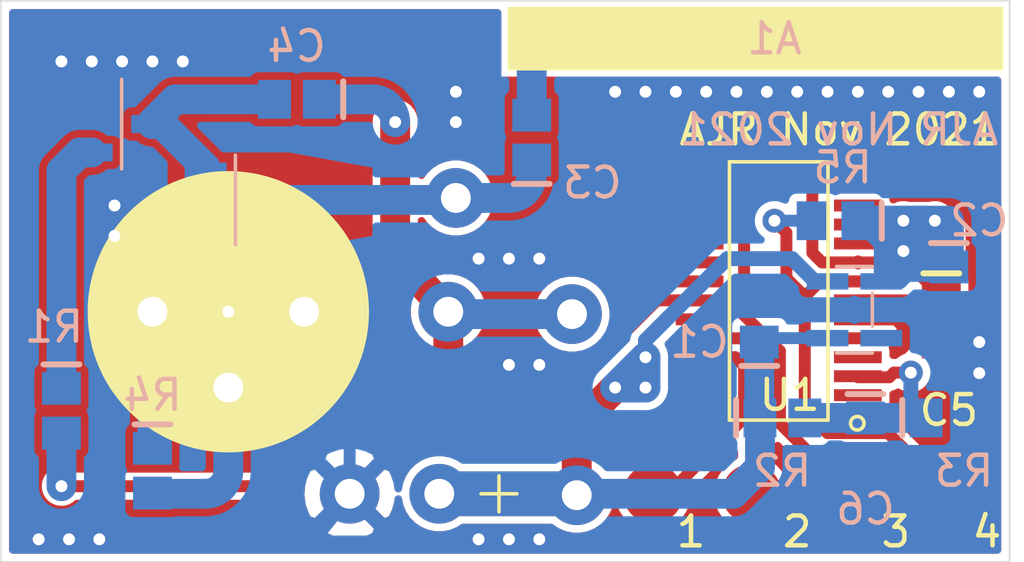
<source format=kicad_pcb>
(kicad_pcb (version 20171130) (host pcbnew "(5.1.5-0-10_14)")

  (general
    (thickness 1.6)
    (drawings 29)
    (tracks 275)
    (zones 0)
    (modules 24)
    (nets 33)
  )

  (page A4)
  (layers
    (0 F.Cu signal)
    (31 B.Cu signal)
    (32 B.Adhes user hide)
    (33 F.Adhes user hide)
    (34 B.Paste user)
    (35 F.Paste user hide)
    (36 B.SilkS user)
    (37 F.SilkS user)
    (38 B.Mask user hide)
    (39 F.Mask user)
    (40 Dwgs.User user hide)
    (41 Cmts.User user hide)
    (42 Eco1.User user hide)
    (43 Eco2.User user hide)
    (44 Edge.Cuts user)
    (45 Margin user hide)
    (46 B.CrtYd user hide)
    (47 F.CrtYd user hide)
    (48 B.Fab user hide)
    (49 F.Fab user hide)
  )

  (setup
    (last_trace_width 1)
    (user_trace_width 0.4)
    (user_trace_width 0.5)
    (user_trace_width 0.75)
    (user_trace_width 1)
    (user_trace_width 1.5)
    (trace_clearance 0.2)
    (zone_clearance 0.254)
    (zone_45_only no)
    (trace_min 0.2)
    (via_size 0.8)
    (via_drill 0.4)
    (via_min_size 0.4)
    (via_min_drill 0.3)
    (uvia_size 0.3)
    (uvia_drill 0.1)
    (uvias_allowed no)
    (uvia_min_size 0.2)
    (uvia_min_drill 0.1)
    (edge_width 0.05)
    (segment_width 0.2)
    (pcb_text_width 0.3)
    (pcb_text_size 1.5 1.5)
    (mod_edge_width 0.12)
    (mod_text_size 1 1)
    (mod_text_width 0.15)
    (pad_size 2 2)
    (pad_drill 1)
    (pad_to_mask_clearance 0.051)
    (solder_mask_min_width 0.25)
    (aux_axis_origin 0 0)
    (visible_elements FFFFFF7F)
    (pcbplotparams
      (layerselection 0x010fc_ffffffff)
      (usegerberextensions false)
      (usegerberattributes false)
      (usegerberadvancedattributes false)
      (creategerberjobfile false)
      (excludeedgelayer true)
      (linewidth 0.100000)
      (plotframeref false)
      (viasonmask false)
      (mode 1)
      (useauxorigin false)
      (hpglpennumber 1)
      (hpglpenspeed 20)
      (hpglpendiameter 15.000000)
      (psnegative false)
      (psa4output false)
      (plotreference true)
      (plotvalue true)
      (plotinvisibletext false)
      (padsonsilk false)
      (subtractmaskfromsilk false)
      (outputformat 1)
      (mirror false)
      (drillshape 1)
      (scaleselection 1)
      (outputdirectory ""))
  )

  (net 0 "")
  (net 1 "Net-(A1-Pad1)")
  (net 2 GNDREF)
  (net 3 +BATT)
  (net 4 +3V3)
  (net 5 "Net-(C3-Pad1)")
  (net 6 "Net-(C4-Pad2)")
  (net 7 "Net-(C4-Pad1)")
  (net 8 /0.471)
  (net 9 "Net-(Q1-Pad2)")
  (net 10 "Net-(Q2-Pad1)")
  (net 11 /MOD)
  (net 12 "Net-(R5-Pad2)")
  (net 13 "Net-(T1-Pad1)")
  (net 14 "Net-(T2-Pad1)")
  (net 15 "Net-(T4-Pad1)")
  (net 16 "Net-(U1-Pad24)")
  (net 17 "Net-(U1-Pad23)")
  (net 18 "Net-(U1-Pad20)")
  (net 19 "Net-(U1-Pad18)")
  (net 20 "Net-(U1-Pad17)")
  (net 21 "Net-(U1-Pad16)")
  (net 22 "Net-(U1-Pad15)")
  (net 23 "Net-(U1-Pad13)")
  (net 24 "Net-(U1-Pad12)")
  (net 25 "Net-(U1-Pad11)")
  (net 26 "Net-(U1-Pad10)")
  (net 27 "Net-(U1-Pad9)")
  (net 28 "Net-(U1-Pad4)")
  (net 29 "Net-(U1-Pad3)")
  (net 30 "Net-(U1-Pad1)")
  (net 31 "Net-(U2-Pad5)")
  (net 32 "Net-(U1-Pad14)")

  (net_class Default "This is the default net class."
    (clearance 0.2)
    (trace_width 0.25)
    (via_dia 0.8)
    (via_drill 0.4)
    (uvia_dia 0.3)
    (uvia_drill 0.1)
    (add_net +3V3)
    (add_net +BATT)
    (add_net /0.471)
    (add_net /MOD)
    (add_net GNDREF)
    (add_net "Net-(A1-Pad1)")
    (add_net "Net-(C3-Pad1)")
    (add_net "Net-(C4-Pad1)")
    (add_net "Net-(C4-Pad2)")
    (add_net "Net-(Q1-Pad2)")
    (add_net "Net-(Q2-Pad1)")
    (add_net "Net-(R5-Pad2)")
    (add_net "Net-(T1-Pad1)")
    (add_net "Net-(T2-Pad1)")
    (add_net "Net-(T4-Pad1)")
    (add_net "Net-(U1-Pad1)")
    (add_net "Net-(U1-Pad10)")
    (add_net "Net-(U1-Pad11)")
    (add_net "Net-(U1-Pad12)")
    (add_net "Net-(U1-Pad13)")
    (add_net "Net-(U1-Pad14)")
    (add_net "Net-(U1-Pad15)")
    (add_net "Net-(U1-Pad16)")
    (add_net "Net-(U1-Pad17)")
    (add_net "Net-(U1-Pad18)")
    (add_net "Net-(U1-Pad20)")
    (add_net "Net-(U1-Pad23)")
    (add_net "Net-(U1-Pad24)")
    (add_net "Net-(U1-Pad3)")
    (add_net "Net-(U1-Pad4)")
    (add_net "Net-(U1-Pad9)")
    (add_net "Net-(U2-Pad5)")
  )

  (module throwie:433MHz (layer B.Cu) (tedit 6196B33F) (tstamp 6196E4DD)
    (at 51.054 145.542 270)
    (path /615B7977)
    (fp_text reference A1 (at 0.254 4.572) (layer B.SilkS)
      (effects (font (size 1 1) (thickness 0.15)) (justify mirror))
    )
    (fp_text value 433MHz (at 0 0.5 90) (layer B.Fab) hide
      (effects (font (size 1 1) (thickness 0.15)) (justify mirror))
    )
    (pad 1 smd rect (at 0 0 270) (size 1.5 6) (layers B.Cu B.Paste B.Mask)
      (net 1 "Net-(A1-Pad1)"))
  )

  (module throwie:R03101 (layer F.Cu) (tedit 6196D6A4) (tstamp 619D6F82)
    (at 30.734 154.94 270)
    (path /615AFB47)
    (fp_text reference X1 (at -2.4 0.7 90) (layer F.SilkS)
      (effects (font (size 1 1) (thickness 0.15)))
    )
    (fp_text value RO3101 (at -1.916001 1.687999 90) (layer F.Fab)
      (effects (font (size 1 1) (thickness 0.15)))
    )
    (fp_poly (pts (xy 0.9 -2) (xy 1.7 -1.7) (xy 2.6 -1.3) (xy 3.2 -0.7)
      (xy 3.8 0) (xy 4.3 0.8) (xy 4.5 1.8) (xy 4.6 2.7)
      (xy 4.5 3.5) (xy 4.2 4.4) (xy 3.8 5.1) (xy 3.5 5.5)
      (xy 2.9 6.1) (xy 2.1 6.6) (xy 1.3 7) (xy 0.3 7.1)
      (xy -0.8 7.1) (xy -1.9 6.7) (xy -2.7 6.3) (xy -3.3 5.7)
      (xy -3.8 5.1) (xy -4.3 4.3) (xy -4.5 3.4) (xy -4.6 2.6)
      (xy -4.5 1.7) (xy -4.3 1) (xy -4 0.2) (xy -3.4 -0.5)
      (xy -2.8 -1.1) (xy -2.3 -1.4) (xy -1.7 -1.7) (xy -1.2 -1.9)
      (xy -0.5 -2) (xy 0 -2)) (layer F.SilkS) (width 0.1))
    (fp_circle (center 0 2.54) (end 4.65 2.54) (layer F.SilkS) (width 0.12))
    (pad 1 thru_hole circle (at 0 5.08 270) (size 2 2) (drill 1) (layers *.Cu *.Mask)
      (net 9 "Net-(Q1-Pad2)"))
    (pad 2 thru_hole circle (at 2.54 2.54 270) (size 2 2) (drill 1) (layers *.Cu *.Mask)
      (net 7 "Net-(C4-Pad1)"))
    (pad 3 thru_hole circle (at 0 0 270) (size 2 2) (drill 1) (layers *.Cu *.Mask)
      (net 2 GNDREF))
  )

  (module throwie:MIC5231 (layer B.Cu) (tedit 6196B2FE) (tstamp 6196E58F)
    (at 48.26 153.924 270)
    (path /6157A545)
    (fp_text reference U2 (at 0 -0.5 90) (layer B.SilkS) hide
      (effects (font (size 1 1) (thickness 0.15)) (justify mirror))
    )
    (fp_text value MIC5231-3.3YM5-TR (at 0 0.5 90) (layer B.Fab) hide
      (effects (font (size 1 1) (thickness 0.15)) (justify mirror))
    )
    (fp_line (start 0.4 -1.5) (end 1.5 -1.5) (layer B.SilkS) (width 0.12))
    (fp_line (start 2.4 -0.3) (end 2.4 -1.5) (layer B.SilkS) (width 0.12))
    (fp_line (start -0.5 -0.3) (end -0.5 -1.5) (layer B.SilkS) (width 0.12))
    (pad 5 smd rect (at 1.9 -1.8 270) (size 0.55 1.4) (layers B.Cu B.Paste B.Mask)
      (net 31 "Net-(U2-Pad5)"))
    (pad 4 smd rect (at 0 -1.8 270) (size 0.55 1.4) (layers B.Cu B.Paste B.Mask)
      (net 4 +3V3))
    (pad 3 smd rect (at 0 0 270) (size 0.55 1.4) (layers B.Cu B.Paste B.Mask)
      (net 3 +BATT))
    (pad 2 smd rect (at 0.95 0 270) (size 0.55 1.4) (layers B.Cu B.Paste B.Mask)
      (net 2 GNDREF))
    (pad 1 smd rect (at 1.9 0 270) (size 0.55 1.4) (layers B.Cu B.Paste B.Mask)
      (net 3 +BATT))
  )

  (module throwie:C8051F850-A-GU (layer F.Cu) (tedit 5EA8A808) (tstamp 619D6A79)
    (at 49.276 157.734 180)
    (path /61543364)
    (fp_text reference U1 (at 2.286 0) (layer F.SilkS)
      (effects (font (size 1 1) (thickness 0.15)))
    )
    (fp_text value C8051F850-A-GU (at 4.445 8.89) (layer F.Fab)
      (effects (font (size 1 1) (thickness 0.15)))
    )
    (fp_circle (center 0.02 -0.94) (end -0.14 -1.1) (layer F.SilkS) (width 0.12))
    (fp_line (start 1 7.815) (end 4.3 7.815) (layer F.SilkS) (width 0.12))
    (fp_line (start 1 -0.835) (end 4.3 -0.835) (layer F.SilkS) (width 0.12))
    (fp_line (start 4.3 -0.835) (end 4.3 7.815) (layer F.SilkS) (width 0.12))
    (fp_line (start 1 -0.835) (end 1 7.815) (layer F.SilkS) (width 0.12))
    (pad 24 smd rect (at 5.3 0 180) (size 1.6 0.4) (layers F.Cu F.Paste F.Mask)
      (net 16 "Net-(U1-Pad24)"))
    (pad 23 smd rect (at 5.3 0.635 180) (size 1.6 0.4) (layers F.Cu F.Paste F.Mask)
      (net 17 "Net-(U1-Pad23)"))
    (pad 22 smd rect (at 5.3 1.27 180) (size 1.6 0.4) (layers F.Cu F.Paste F.Mask)
      (net 13 "Net-(T1-Pad1)"))
    (pad 21 smd rect (at 5.3 1.905 180) (size 1.6 0.4) (layers F.Cu F.Paste F.Mask)
      (net 14 "Net-(T2-Pad1)"))
    (pad 20 smd rect (at 5.3 2.54 180) (size 1.6 0.4) (layers F.Cu F.Paste F.Mask)
      (net 18 "Net-(U1-Pad20)"))
    (pad 19 smd rect (at 5.3 3.175 180) (size 1.6 0.4) (layers F.Cu F.Paste F.Mask)
      (net 11 /MOD))
    (pad 18 smd rect (at 5.3 3.81 180) (size 1.6 0.4) (layers F.Cu F.Paste F.Mask)
      (net 19 "Net-(U1-Pad18)"))
    (pad 17 smd rect (at 5.3 4.445 180) (size 1.6 0.4) (layers F.Cu F.Paste F.Mask)
      (net 20 "Net-(U1-Pad17)"))
    (pad 16 smd rect (at 5.3 5.08 180) (size 1.6 0.4) (layers F.Cu F.Paste F.Mask)
      (net 21 "Net-(U1-Pad16)"))
    (pad 15 smd rect (at 5.3 5.715 180) (size 1.6 0.4) (layers F.Cu F.Paste F.Mask)
      (net 22 "Net-(U1-Pad15)"))
    (pad 14 smd rect (at 5.3 6.35 180) (size 1.6 0.4) (layers F.Cu F.Paste F.Mask)
      (net 32 "Net-(U1-Pad14)"))
    (pad 13 smd rect (at 5.3 7 180) (size 1.6 0.4) (layers F.Cu F.Paste F.Mask)
      (net 23 "Net-(U1-Pad13)"))
    (pad 12 smd rect (at 0 6.985 180) (size 1.6 0.4) (layers F.Cu F.Paste F.Mask)
      (net 24 "Net-(U1-Pad12)"))
    (pad 11 smd rect (at 0 6.35 180) (size 1.6 0.4) (layers F.Cu F.Paste F.Mask)
      (net 25 "Net-(U1-Pad11)"))
    (pad 10 smd rect (at 0 5.715 180) (size 1.6 0.4) (layers F.Cu F.Paste F.Mask)
      (net 26 "Net-(U1-Pad10)"))
    (pad 9 smd rect (at 0 5.08 180) (size 1.6 0.4) (layers F.Cu F.Paste F.Mask)
      (net 27 "Net-(U1-Pad9)"))
    (pad 8 smd rect (at 0 4.445 180) (size 1.6 0.4) (layers F.Cu F.Paste F.Mask)
      (net 15 "Net-(T4-Pad1)"))
    (pad 7 smd rect (at 0 3.81 180) (size 1.6 0.4) (layers F.Cu F.Paste F.Mask)
      (net 12 "Net-(R5-Pad2)"))
    (pad 6 smd rect (at 0 3.175 180) (size 1.6 0.4) (layers F.Cu F.Paste F.Mask)
      (net 4 +3V3))
    (pad 5 smd rect (at 0 2.54 180) (size 1.6 0.4) (layers F.Cu F.Paste F.Mask)
      (net 2 GNDREF))
    (pad 4 smd rect (at 0 1.905 180) (size 1.6 0.4) (layers F.Cu F.Paste F.Mask)
      (net 28 "Net-(U1-Pad4)"))
    (pad 3 smd rect (at 0 1.27 180) (size 1.6 0.4) (layers F.Cu F.Paste F.Mask)
      (net 29 "Net-(U1-Pad3)"))
    (pad 2 smd rect (at 0 0.635 180) (size 1.6 0.4) (layers F.Cu F.Paste F.Mask)
      (net 8 /0.471))
    (pad 1 smd rect (at 0 0 180) (size 1.6 0.4) (layers F.Cu F.Paste F.Mask)
      (net 30 "Net-(U1-Pad1)"))
  )

  (module throwie:TestPoint (layer F.Cu) (tedit 615734C8) (tstamp 6196E562)
    (at 49.022 161.036)
    (path /61570124)
    (fp_text reference T4 (at 0 0.5) (layer F.SilkS) hide
      (effects (font (size 1 1) (thickness 0.15)))
    )
    (fp_text value TestPoints (at 0 -0.5) (layer F.Fab) hide
      (effects (font (size 1 1) (thickness 0.15)))
    )
    (pad 1 smd circle (at 0 0) (size 2 2) (layers F.Cu F.Paste F.Mask)
      (net 15 "Net-(T4-Pad1)"))
  )

  (module throwie:TestPoint (layer F.Cu) (tedit 615734C8) (tstamp 6196E55D)
    (at 52.324 161.036)
    (path /615772C2)
    (fp_text reference T3 (at 0 0.5) (layer F.SilkS) hide
      (effects (font (size 1 1) (thickness 0.15)))
    )
    (fp_text value TestPoints (at 0 -0.5) (layer F.Fab) hide
      (effects (font (size 1 1) (thickness 0.15)))
    )
    (pad 1 smd circle (at 0 0) (size 2 2) (layers F.Cu F.Paste F.Mask)
      (net 12 "Net-(R5-Pad2)"))
  )

  (module throwie:TestPoint (layer F.Cu) (tedit 615734C8) (tstamp 6196E558)
    (at 45.72 161.036)
    (path /61597B98)
    (fp_text reference T2 (at 0 0.5) (layer F.SilkS) hide
      (effects (font (size 1 1) (thickness 0.15)))
    )
    (fp_text value TestPoints (at 0 -0.5) (layer F.Fab) hide
      (effects (font (size 1 1) (thickness 0.15)))
    )
    (pad 1 smd circle (at 0 0) (size 2 2) (layers F.Cu F.Paste F.Mask)
      (net 14 "Net-(T2-Pad1)"))
  )

  (module throwie:TestPoint (layer F.Cu) (tedit 615734C8) (tstamp 6196E553)
    (at 42.418 161.036)
    (path /61596F21)
    (fp_text reference T1 (at 0 0.5) (layer F.SilkS) hide
      (effects (font (size 1 1) (thickness 0.15)))
    )
    (fp_text value TestPoints (at 0 -0.5) (layer F.Fab) hide
      (effects (font (size 1 1) (thickness 0.15)))
    )
    (pad 1 smd circle (at 0 0) (size 2 2) (layers F.Cu F.Paste F.Mask)
      (net 13 "Net-(T1-Pad1)"))
  )

  (module throwie:0603 (layer B.Cu) (tedit 6196B2CA) (tstamp 6196E54E)
    (at 49.276 151.892 180)
    (path /6155FB01)
    (fp_text reference R5 (at 0.508 1.778 180) (layer B.SilkS)
      (effects (font (size 1 1) (thickness 0.15)) (justify mirror))
    )
    (fp_text value RES_0603 (at 0 2 180) (layer B.Fab)
      (effects (font (size 1 1) (thickness 0.15)) (justify mirror))
    )
    (fp_line (start -0.8 0.6) (end -0.8 -0.6) (layer B.SilkS) (width 0.2))
    (pad 2 smd rect (at 1.5 0 180) (size 1.1 1.3) (layers B.Cu B.Paste B.Mask)
      (net 12 "Net-(R5-Pad2)"))
    (pad 1 smd rect (at 0 0 180) (size 1.1 1.3) (layers B.Cu B.Paste B.Mask)
      (net 4 +3V3))
  )

  (module throwie:0603 (layer B.Cu) (tedit 6196B2CA) (tstamp 6196E547)
    (at 25.654 159.512 270)
    (path /615ACB1A)
    (fp_text reference R4 (at -1.778 0 180) (layer B.SilkS)
      (effects (font (size 1 1) (thickness 0.15)) (justify mirror))
    )
    (fp_text value RES_0603 (at 0 2 270) (layer B.Fab)
      (effects (font (size 1 1) (thickness 0.15)) (justify mirror))
    )
    (fp_line (start -0.8 0.6) (end -0.8 -0.6) (layer B.SilkS) (width 0.2))
    (pad 2 smd rect (at 1.5 0 270) (size 1.1 1.3) (layers B.Cu B.Paste B.Mask)
      (net 7 "Net-(C4-Pad1)"))
    (pad 1 smd rect (at 0 0 270) (size 1.1 1.3) (layers B.Cu B.Paste B.Mask)
      (net 9 "Net-(Q1-Pad2)"))
  )

  (module throwie:0603 (layer B.Cu) (tedit 6196B2CA) (tstamp 6196E540)
    (at 51.562 158.496)
    (path /61593C5D)
    (fp_text reference R3 (at 1.27 1.778) (layer B.SilkS)
      (effects (font (size 1 1) (thickness 0.15)) (justify mirror))
    )
    (fp_text value RES_0603 (at 1.637999 1.210001) (layer B.Fab)
      (effects (font (size 1 1) (thickness 0.15)) (justify mirror))
    )
    (fp_line (start -0.8 0.6) (end -0.8 -0.6) (layer B.SilkS) (width 0.2))
    (pad 2 smd rect (at 1.5 0) (size 1.1 1.3) (layers B.Cu B.Paste B.Mask)
      (net 2 GNDREF))
    (pad 1 smd rect (at 0 0) (size 1.1 1.3) (layers B.Cu B.Paste B.Mask)
      (net 8 /0.471))
  )

  (module throwie:0603 (layer B.Cu) (tedit 6196B2CA) (tstamp 6196E539)
    (at 45.998 158.496)
    (path /61592F3E)
    (fp_text reference R2 (at 0.738 1.778) (layer B.SilkS)
      (effects (font (size 1 1) (thickness 0.15)) (justify mirror))
    )
    (fp_text value RES_0603 (at 0 2) (layer B.Fab)
      (effects (font (size 1 1) (thickness 0.15)) (justify mirror))
    )
    (fp_line (start -0.8 0.6) (end -0.8 -0.6) (layer B.SilkS) (width 0.2))
    (pad 2 smd rect (at 1.5 0) (size 1.1 1.3) (layers B.Cu B.Paste B.Mask)
      (net 8 /0.471))
    (pad 1 smd rect (at 0 0) (size 1.1 1.3) (layers B.Cu B.Paste B.Mask)
      (net 3 +BATT))
  )

  (module throwie:0603 (layer B.Cu) (tedit 6196B2CA) (tstamp 6196E532)
    (at 22.606 157.504 270)
    (path /6159CB9B)
    (fp_text reference R1 (at -2.056 0.254 180) (layer B.SilkS)
      (effects (font (size 1 1) (thickness 0.15)) (justify mirror))
    )
    (fp_text value RES_0603 (at 0 2 270) (layer B.Fab)
      (effects (font (size 1 1) (thickness 0.15)) (justify mirror))
    )
    (fp_line (start -0.8 0.6) (end -0.8 -0.6) (layer B.SilkS) (width 0.2))
    (pad 2 smd rect (at 1.5 0 270) (size 1.1 1.3) (layers B.Cu B.Paste B.Mask)
      (net 11 /MOD))
    (pad 1 smd rect (at 0 0 270) (size 1.1 1.3) (layers B.Cu B.Paste B.Mask)
      (net 10 "Net-(Q2-Pad1)"))
  )

  (module throwie:SS8050-G (layer B.Cu) (tedit 6196B253) (tstamp 6196E52B)
    (at 23.622 149.606 90)
    (path /615A6F3E)
    (fp_text reference Q2 (at -0.8 5.4 90) (layer B.SilkS) hide
      (effects (font (size 1 1) (thickness 0.15)) (justify mirror))
    )
    (fp_text value SS8050-G (at -0.2 3.9 90) (layer B.Fab)
      (effects (font (size 1 1) (thickness 0.15)) (justify mirror))
    )
    (fp_line (start -0.55 1) (end 2.45 1) (layer B.SilkS) (width 0.12))
    (pad 3 smd rect (at 0.95 2.02 90) (size 0.6 1.4) (layers B.Cu B.Paste B.Mask)
      (net 6 "Net-(C4-Pad2)"))
    (pad 2 smd rect (at 1.9 0 90) (size 0.6 1.4) (layers B.Cu B.Paste B.Mask)
      (net 2 GNDREF))
    (pad 1 smd rect (at 0 0 90) (size 0.6 1.4) (layers B.Cu B.Paste B.Mask)
      (net 10 "Net-(Q2-Pad1)"))
  )

  (module throwie:2SC3356 (layer B.Cu) (tedit 6196B241) (tstamp 6196E523)
    (at 27.432 152.146 90)
    (path /615A9601)
    (fp_text reference Q1 (at -1.2 4.5 -90) (layer B.SilkS) hide
      (effects (font (size 1 1) (thickness 0.15)) (justify mirror))
    )
    (fp_text value 2SC3356 (at -0.6 5.1 -90) (layer B.Fab)
      (effects (font (size 1 1) (thickness 0.15)) (justify mirror))
    )
    (fp_line (start -0.55 1) (end 2.45 1) (layer B.SilkS) (width 0.12))
    (pad 3 smd rect (at 0.95 2.02 90) (size 0.6 1.4) (layers B.Cu B.Paste B.Mask)
      (net 5 "Net-(C3-Pad1)"))
    (pad 2 smd rect (at 0 0 90) (size 0.6 1.4) (layers B.Cu B.Paste B.Mask)
      (net 9 "Net-(Q1-Pad2)"))
    (pad 1 smd rect (at 1.9 0 90) (size 0.6 1.4) (layers B.Cu B.Paste B.Mask)
      (net 6 "Net-(C4-Pad2)"))
  )

  (module throwie:77nH (layer F.Cu) (tedit 6196D9B5) (tstamp 6196E51B)
    (at 39.703087 155.019087 135)
    (path /61564779)
    (fp_text reference L2 (at 0 0.5 135) (layer F.SilkS) hide
      (effects (font (size 1 1) (thickness 0.15)))
    )
    (fp_text value 77nH (at 0 -0.5 135) (layer F.Fab) hide
      (effects (font (size 1 1) (thickness 0.15)))
    )
    (pad 2 thru_hole circle (at 5.5 0 135) (size 2 2) (drill 1) (layers *.Cu *.Mask)
      (net 5 "Net-(C3-Pad1)"))
    (pad 1 thru_hole circle (at 0 0 135) (size 2 2) (drill 1) (layers *.Cu *.Mask)
      (net 7 "Net-(C4-Pad1)"))
  )

  (module throwie:252nH (layer F.Cu) (tedit 6196B1ED) (tstamp 6196E515)
    (at 39.861823 161.08364 125)
    (path /61569441)
    (fp_text reference L1 (at 0 0.5 125) (layer F.SilkS) hide
      (effects (font (size 1 1) (thickness 0.15)))
    )
    (fp_text value 252nH (at 0 -0.5 125) (layer F.Fab) hide
      (effects (font (size 1 1) (thickness 0.15)))
    )
    (pad 2 thru_hole circle (at 7.5 0 125) (size 2 2) (drill 1) (layers *.Cu *.Mask)
      (net 7 "Net-(C4-Pad1)"))
    (pad 1 thru_hole circle (at 0 0 125) (size 2 2) (drill 1) (layers *.Cu *.Mask)
      (net 3 +BATT))
  )

  (module throwie:CONN (layer F.Cu) (tedit 6196B14C) (tstamp 6196E50F)
    (at 35.258 161.036 180)
    (path /615A9545)
    (fp_text reference J1 (at 0 0.5) (layer F.SilkS) hide
      (effects (font (size 1 1) (thickness 0.15)))
    )
    (fp_text value CONN (at 0 -0.5) (layer F.Fab)
      (effects (font (size 1 1) (thickness 0.15)))
    )
    (fp_line (start -2 -0.6) (end -2 0.6) (layer F.SilkS) (width 0.12))
    (fp_line (start -1.4 0) (end -2.6 0) (layer F.SilkS) (width 0.12))
    (pad 2 thru_hole circle (at 3 0 180) (size 2 2) (drill 1) (layers *.Cu *.Mask)
      (net 2 GNDREF))
    (pad 1 thru_hole circle (at 0 0 180) (size 2 2) (drill 1) (layers *.Cu *.Mask)
      (net 3 +BATT))
  )

  (module throwie:0603 (layer B.Cu) (tedit 6196B2CA) (tstamp 6196E507)
    (at 49.53 158.496 270)
    (path /616743C5)
    (fp_text reference C6 (at 3.048 0 180) (layer B.SilkS)
      (effects (font (size 1 1) (thickness 0.15)) (justify mirror))
    )
    (fp_text value CAP_0603 (at 0 2 90) (layer B.Fab)
      (effects (font (size 1 1) (thickness 0.15)) (justify mirror))
    )
    (fp_line (start -0.8 0.6) (end -0.8 -0.6) (layer B.SilkS) (width 0.2))
    (pad 2 smd rect (at 1.5 0 270) (size 1.1 1.3) (layers B.Cu B.Paste B.Mask)
      (net 2 GNDREF))
    (pad 1 smd rect (at 0 0 270) (size 1.1 1.3) (layers B.Cu B.Paste B.Mask)
      (net 8 /0.471))
  )

  (module throwie:0603 (layer F.Cu) (tedit 6196B2CA) (tstamp 6196E500)
    (at 52.07 154.456 270)
    (path /61565EE2)
    (fp_text reference C5 (at 3.786 -0.254 180) (layer F.SilkS)
      (effects (font (size 1 1) (thickness 0.15)))
    )
    (fp_text value CAP_0603 (at 0 -2 90) (layer F.Fab)
      (effects (font (size 1 1) (thickness 0.15)))
    )
    (fp_line (start -0.8 -0.6) (end -0.8 0.6) (layer F.SilkS) (width 0.2))
    (pad 2 smd rect (at 1.5 0 270) (size 1.1 1.3) (layers F.Cu F.Paste F.Mask)
      (net 2 GNDREF))
    (pad 1 smd rect (at 0 0 270) (size 1.1 1.3) (layers F.Cu F.Paste F.Mask)
      (net 4 +3V3))
  )

  (module throwie:0603 (layer B.Cu) (tedit 6196B2CA) (tstamp 6196E4F9)
    (at 31.242 147.828 180)
    (path /615A7727)
    (fp_text reference C4 (at 0.762 1.778) (layer B.SilkS)
      (effects (font (size 1 1) (thickness 0.15)) (justify mirror))
    )
    (fp_text value CAP_0603 (at 0 2) (layer B.Fab)
      (effects (font (size 1 1) (thickness 0.15)) (justify mirror))
    )
    (fp_line (start -0.8 0.6) (end -0.8 -0.6) (layer B.SilkS) (width 0.2))
    (pad 2 smd rect (at 1.5 0 180) (size 1.1 1.3) (layers B.Cu B.Paste B.Mask)
      (net 6 "Net-(C4-Pad2)"))
    (pad 1 smd rect (at 0 0 180) (size 1.1 1.3) (layers B.Cu B.Paste B.Mask)
      (net 7 "Net-(C4-Pad1)"))
  )

  (module throwie:0603 (layer B.Cu) (tedit 6196B2CA) (tstamp 619D6C52)
    (at 38.354 149.86 90)
    (path /615AABCB)
    (fp_text reference C3 (at -0.762 2.032 180) (layer B.SilkS)
      (effects (font (size 1 1) (thickness 0.15)) (justify mirror))
    )
    (fp_text value CAP_0603 (at 0 2 90) (layer B.Fab)
      (effects (font (size 1 1) (thickness 0.15)) (justify mirror))
    )
    (fp_line (start -0.8 0.6) (end -0.8 -0.6) (layer B.SilkS) (width 0.2))
    (pad 2 smd rect (at 1.5 0 90) (size 1.1 1.3) (layers B.Cu B.Paste B.Mask)
      (net 1 "Net-(A1-Pad1)"))
    (pad 1 smd rect (at 0 0 90) (size 1.1 1.3) (layers B.Cu B.Paste B.Mask)
      (net 5 "Net-(C3-Pad1)"))
  )

  (module throwie:0603 (layer B.Cu) (tedit 6196B2CA) (tstamp 6196E4EB)
    (at 52.324 153.44 270)
    (path /6157BF9A)
    (fp_text reference C2 (at -1.548 -1.016 180) (layer B.SilkS)
      (effects (font (size 1 1) (thickness 0.15)) (justify mirror))
    )
    (fp_text value CAP_0603 (at 0 2 90) (layer B.Fab)
      (effects (font (size 1 1) (thickness 0.15)) (justify mirror))
    )
    (fp_line (start -0.8 0.6) (end -0.8 -0.6) (layer B.SilkS) (width 0.2))
    (pad 2 smd rect (at 1.5 0 270) (size 1.1 1.3) (layers B.Cu B.Paste B.Mask)
      (net 2 GNDREF))
    (pad 1 smd rect (at 0 0 270) (size 1.1 1.3) (layers B.Cu B.Paste B.Mask)
      (net 4 +3V3))
  )

  (module throwie:0603 (layer B.Cu) (tedit 6196B2CA) (tstamp 6196E4E4)
    (at 45.974 155.956 90)
    (path /6157AD69)
    (fp_text reference C1 (at 0 -2 180) (layer B.SilkS)
      (effects (font (size 1 1) (thickness 0.15)) (justify mirror))
    )
    (fp_text value CAP_0603 (at 0 2 90) (layer B.Fab)
      (effects (font (size 1 1) (thickness 0.15)) (justify mirror))
    )
    (fp_line (start -0.8 0.6) (end -0.8 -0.6) (layer B.SilkS) (width 0.2))
    (pad 2 smd rect (at 1.5 0 90) (size 1.1 1.3) (layers B.Cu B.Paste B.Mask)
      (net 2 GNDREF))
    (pad 1 smd rect (at 0 0 90) (size 1.1 1.3) (layers B.Cu B.Paste B.Mask)
      (net 3 +BATT))
  )

  (gr_arc (start 34.798 156.718) (end 34.798 157.48) (angle -90) (layer F.Cu) (width 1) (tstamp 619EB35E))
  (gr_line (start 34.374421 153.664684) (end 35.56 154.94) (layer F.Cu) (width 1) (tstamp 619EB324))
  (gr_line (start 33.782 148.59) (end 33.782 152.4) (layer F.Cu) (width 1))
  (gr_arc (start 35.428115 152.4) (end 33.782 152.4) (angle -50.20002632) (layer F.Cu) (width 1))
  (gr_arc (start 26.67 153.416) (end 28.448 153.416) (angle -50.19442891) (layer F.SilkS) (width 0.12))
  (gr_text "AJR Nov 2021 " (at 48.26 148.844) (layer B.SilkS) (tstamp 619EB06C)
    (effects (font (size 1 1) (thickness 0.15)) (justify mirror))
  )
  (gr_text "AJR Nov 2021 " (at 49.022 148.844) (layer F.SilkS) (tstamp 619EB050)
    (effects (font (size 1 1) (thickness 0.15)))
  )
  (gr_text 4 (at 53.594 162.306) (layer F.SilkS) (tstamp 619EB019)
    (effects (font (size 1 1) (thickness 0.15)))
  )
  (gr_text 3 (at 50.546 162.306) (layer F.SilkS) (tstamp 619EB017)
    (effects (font (size 1 1) (thickness 0.15)))
  )
  (gr_text 2 (at 47.244 162.306) (layer F.SilkS) (tstamp 619EB015)
    (effects (font (size 1 1) (thickness 0.15)))
  )
  (gr_text 1 (at 43.688 162.306) (layer F.SilkS)
    (effects (font (size 1 1) (thickness 0.15)))
  )
  (gr_poly (pts (xy 54.102 146.812) (xy 37.592 146.812) (xy 37.592 144.78) (xy 54.102 144.78)) (layer F.SilkS) (width 0.1))
  (gr_line (start 38.354 148.336) (end 38.354 146.558) (layer B.Cu) (width 1) (tstamp 619EA99B))
  (gr_line (start 54.356 163.322) (end 20.574 163.322) (layer Edge.Cuts) (width 0.05) (tstamp 619EA942))
  (gr_line (start 54.356 144.526) (end 54.356 163.322) (layer Edge.Cuts) (width 0.05))
  (gr_line (start 20.574 144.526) (end 54.356 144.526) (layer Edge.Cuts) (width 0.05))
  (gr_line (start 20.574 163.322) (end 20.574 144.526) (layer Edge.Cuts) (width 0.05))
  (gr_line (start 31.242 147.828) (end 33.02 147.828) (layer B.Cu) (width 1) (tstamp 619D7455))
  (gr_arc (start 33.02 148.59) (end 33.782 148.59) (angle -90) (layer B.Cu) (width 1) (tstamp 619D737D))
  (gr_line (start 39.116 145.542) (end 48.514 145.542) (layer B.Cu) (width 1) (tstamp 619D7275))
  (gr_arc (start 39.116 146.304) (end 39.116 145.542) (angle -90) (layer B.Cu) (width 1) (tstamp 619D725D))
  (gr_line (start 35.814 151.13) (end 37.592 151.13) (layer B.Cu) (width 1) (tstamp 619D7227))
  (gr_arc (start 37.592 150.368) (end 37.592 151.13) (angle -90) (layer B.Cu) (width 1) (tstamp 619D7200))
  (gr_line (start 26.416 152.146) (end 27.686 152.146) (layer B.Cu) (width 1) (tstamp 619D6FAE))
  (gr_line (start 25.654 153.162) (end 25.654 154.94) (layer B.Cu) (width 1) (tstamp 619D7223))
  (gr_arc (start 26.416 152.908) (end 26.416 152.146) (angle -90) (layer B.Cu) (width 1) (tstamp 619D6F93))
  (gr_line (start 25.654 161.036) (end 27.432 161.036) (layer B.Cu) (width 1))
  (gr_line (start 28.194 160.274) (end 28.194 157.48) (layer B.Cu) (width 1))
  (gr_arc (start 27.432 160.274) (end 27.432 161.036) (angle -90) (layer B.Cu) (width 1))

  (segment (start 38.354 148.36) (end 38.354 147.41) (width 0.4) (layer B.Cu) (net 1))
  (segment (start 38.354 147.41) (end 38.354 145.542) (width 0.4) (layer B.Cu) (net 1))
  (segment (start 38.354 145.542) (end 51.054 145.542) (width 0.4) (layer B.Cu) (net 1))
  (via (at 23.622 146.558) (size 0.8) (drill 0.4) (layers F.Cu B.Cu) (net 2))
  (via (at 24.638 146.558) (size 0.8) (drill 0.4) (layers F.Cu B.Cu) (net 2))
  (via (at 25.654 146.558) (size 0.8) (drill 0.4) (layers F.Cu B.Cu) (net 2))
  (via (at 26.67 146.558) (size 0.8) (drill 0.4) (layers F.Cu B.Cu) (net 2))
  (segment (start 30.734 154.94) (end 28.194 154.94) (width 1) (layer B.Cu) (net 2))
  (via (at 28.194 154.94) (size 0.8) (drill 0.4) (layers F.Cu B.Cu) (net 2))
  (via (at 22.606 146.558) (size 0.8) (drill 0.4) (layers F.Cu B.Cu) (net 2))
  (segment (start 49.276 155.194) (end 50.476 155.194) (width 0.4) (layer F.Cu) (net 2))
  (segment (start 50.476 155.194) (end 50.546 155.194) (width 0.4) (layer F.Cu) (net 2))
  (segment (start 50.546 155.194) (end 50.8 155.448) (width 0.4) (layer F.Cu) (net 2))
  (segment (start 50.8 155.448) (end 51.308 155.956) (width 0.4) (layer F.Cu) (net 2))
  (segment (start 51.308 155.956) (end 52.07 155.956) (width 0.4) (layer F.Cu) (net 2))
  (segment (start 47.16 154.874) (end 46.718 154.432) (width 0.4) (layer B.Cu) (net 2))
  (segment (start 48.26 154.874) (end 47.16 154.874) (width 0.4) (layer B.Cu) (net 2))
  (segment (start 46.718 154.432) (end 45.974 154.432) (width 0.4) (layer B.Cu) (net 2))
  (segment (start 45.974 154.432) (end 45.72 154.432) (width 0.4) (layer B.Cu) (net 2))
  (segment (start 30.734 154.94) (end 32.258 156.464) (width 0.4) (layer B.Cu) (net 2))
  (segment (start 32.258 158.75) (end 32.258 161.036) (width 0.4) (layer B.Cu) (net 2))
  (segment (start 32.258 156.464) (end 32.258 158.75) (width 0.4) (layer B.Cu) (net 2))
  (segment (start 40.132 158.75) (end 32.258 158.75) (width 0.4) (layer B.Cu) (net 2))
  (via (at 53.34 156.996058) (size 0.8) (drill 0.4) (layers F.Cu B.Cu) (net 2))
  (segment (start 22.606 146.558) (end 26.67 146.558) (width 1) (layer B.Cu) (net 2))
  (segment (start 23.622 147.706) (end 23.622 146.558) (width 1) (layer B.Cu) (net 2))
  (via (at 36.576 153.162) (size 0.8) (drill 0.4) (layers F.Cu B.Cu) (net 2) (tstamp 619D714B))
  (via (at 38.608 153.162) (size 0.8) (drill 0.4) (layers F.Cu B.Cu) (net 2) (tstamp 619D7154))
  (via (at 37.592 153.162) (size 0.8) (drill 0.4) (layers F.Cu B.Cu) (net 2) (tstamp 619D715C))
  (via (at 37.592 156.718) (size 0.8) (drill 0.4) (layers F.Cu B.Cu) (net 2) (tstamp 619D7165))
  (via (at 38.608 156.718) (size 0.8) (drill 0.4) (layers F.Cu B.Cu) (net 2) (tstamp 619D7167))
  (segment (start 40.132 158.242) (end 38.608 156.718) (width 0.25) (layer B.Cu) (net 2))
  (segment (start 40.132 158.75) (end 40.132 158.242) (width 0.25) (layer B.Cu) (net 2))
  (segment (start 38.608 156.718) (end 37.592 156.718) (width 0.25) (layer B.Cu) (net 2))
  (segment (start 36.576 156.718) (end 37.592 156.718) (width 0.25) (layer B.Cu) (net 2))
  (segment (start 38.608 153.162) (end 37.846 153.162) (width 0.25) (layer B.Cu) (net 2))
  (segment (start 37.846 153.162) (end 37.592 153.162) (width 0.25) (layer B.Cu) (net 2))
  (segment (start 36.576 153.162) (end 37.592 153.162) (width 0.25) (layer B.Cu) (net 2))
  (segment (start 36.176001 153.561999) (end 31.858001 153.561999) (width 0.25) (layer B.Cu) (net 2))
  (segment (start 36.576 153.162) (end 36.176001 153.561999) (width 0.25) (layer B.Cu) (net 2))
  (segment (start 31.858001 153.561999) (end 31.858001 153.815999) (width 0.25) (layer B.Cu) (net 2))
  (segment (start 31.858001 153.815999) (end 30.988 154.686) (width 0.25) (layer B.Cu) (net 2))
  (segment (start 30.988 154.686) (end 30.734 154.94) (width 0.25) (layer B.Cu) (net 2))
  (via (at 35.814 147.574) (size 0.8) (drill 0.4) (layers F.Cu B.Cu) (net 2) (tstamp 619D71F9))
  (via (at 35.814 148.59) (size 0.8) (drill 0.4) (layers F.Cu B.Cu) (net 2) (tstamp 619D71FB))
  (segment (start 34.798 146.558) (end 35.814 147.574) (width 0.25) (layer B.Cu) (net 2))
  (segment (start 26.67 146.558) (end 34.798 146.558) (width 0.25) (layer B.Cu) (net 2))
  (segment (start 35.814 148.59) (end 35.814 147.574) (width 0.25) (layer B.Cu) (net 2))
  (segment (start 38.608 151.384) (end 35.814 148.59) (width 0.25) (layer F.Cu) (net 2))
  (segment (start 38.608 153.162) (end 38.608 151.384) (width 0.25) (layer F.Cu) (net 2))
  (via (at 24.384 151.384) (size 0.8) (drill 0.4) (layers F.Cu B.Cu) (net 2) (tstamp 619D7580))
  (segment (start 22.606 149.606) (end 24.384 151.384) (width 0.25) (layer F.Cu) (net 2))
  (segment (start 22.606 146.558) (end 22.606 149.606) (width 0.25) (layer F.Cu) (net 2))
  (via (at 24.384 152.4) (size 0.8) (drill 0.4) (layers F.Cu B.Cu) (net 2) (tstamp 619D75DE))
  (segment (start 24.384 152.4) (end 24.384 151.384) (width 0.25) (layer F.Cu) (net 2))
  (via (at 21.844 162.56) (size 0.8) (drill 0.4) (layers F.Cu B.Cu) (net 2) (tstamp 619D7646))
  (segment (start 24.021999 152.762001) (end 24.384 152.4) (width 0.4) (layer B.Cu) (net 2))
  (segment (start 24.021999 161.398001) (end 24.021999 152.762001) (width 0.4) (layer B.Cu) (net 2))
  (segment (start 23.622 161.798) (end 24.021999 161.398001) (width 0.4) (layer B.Cu) (net 2))
  (segment (start 53.062 158.496) (end 53.062 159.536) (width 1) (layer B.Cu) (net 2))
  (segment (start 53.062 159.536) (end 52.578 160.02) (width 1) (layer B.Cu) (net 2))
  (segment (start 52.578 160.02) (end 49.53 160.02) (width 1) (layer B.Cu) (net 2))
  (segment (start 53.086 158.032826) (end 53.086 158.496) (width 0.5) (layer B.Cu) (net 2))
  (segment (start 48.26 154.874) (end 52.258 154.874) (width 0.5) (layer B.Cu) (net 2))
  (segment (start 52.258 154.874) (end 52.324 154.94) (width 0.5) (layer B.Cu) (net 2))
  (via (at 53.34 155.956) (size 0.8) (drill 0.4) (layers F.Cu B.Cu) (net 2) (tstamp 619EABBB))
  (segment (start 52.07 155.956) (end 53.34 155.956) (width 0.5) (layer F.Cu) (net 2))
  (segment (start 53.062 157.274058) (end 53.34 156.996058) (width 0.5) (layer B.Cu) (net 2))
  (segment (start 53.062 158.496) (end 53.062 157.274058) (width 0.5) (layer B.Cu) (net 2))
  (segment (start 53.34 155.956) (end 53.34 156.996058) (width 0.5) (layer B.Cu) (net 2))
  (segment (start 52.324 154.94) (end 53.34 155.956) (width 0.5) (layer B.Cu) (net 2))
  (via (at 22.86 162.56) (size 0.8) (drill 0.4) (layers F.Cu B.Cu) (net 2) (tstamp 619EAD04))
  (via (at 23.876 162.56) (size 0.8) (drill 0.4) (layers F.Cu B.Cu) (net 2) (tstamp 619EAD06))
  (segment (start 23.622 162.052) (end 23.876 162.306) (width 0.5) (layer B.Cu) (net 2))
  (segment (start 23.622 161.798) (end 23.622 162.052) (width 0.5) (layer B.Cu) (net 2))
  (segment (start 21.844 162.306) (end 22.86 162.306) (width 0.5) (layer B.Cu) (net 2))
  (segment (start 22.86 162.306) (end 23.876 162.306) (width 0.5) (layer B.Cu) (net 2))
  (segment (start 23.876 162.306) (end 30.988 162.306) (width 0.5) (layer B.Cu) (net 2))
  (via (at 41.148 147.574) (size 0.8) (drill 0.4) (layers F.Cu B.Cu) (net 2) (tstamp 619EAD2A))
  (via (at 42.164 147.574) (size 0.8) (drill 0.4) (layers F.Cu B.Cu) (net 2) (tstamp 619EAD3B))
  (via (at 43.18 147.574) (size 0.8) (drill 0.4) (layers F.Cu B.Cu) (net 2) (tstamp 619EAD3D))
  (via (at 44.196 147.574) (size 0.8) (drill 0.4) (layers F.Cu B.Cu) (net 2) (tstamp 619EAD46))
  (via (at 45.212 147.574) (size 0.8) (drill 0.4) (layers F.Cu B.Cu) (net 2) (tstamp 619EAD48))
  (via (at 46.228 147.574) (size 0.8) (drill 0.4) (layers F.Cu B.Cu) (net 2) (tstamp 619EAD4A))
  (via (at 47.244 147.574) (size 0.8) (drill 0.4) (layers F.Cu B.Cu) (net 2) (tstamp 619EAD4C))
  (via (at 48.26 147.574) (size 0.8) (drill 0.4) (layers F.Cu B.Cu) (net 2) (tstamp 619EAD4E))
  (via (at 49.276 147.574) (size 0.8) (drill 0.4) (layers F.Cu B.Cu) (net 2) (tstamp 619EAD50))
  (via (at 50.292 147.574) (size 0.8) (drill 0.4) (layers F.Cu B.Cu) (net 2) (tstamp 619EAD52))
  (via (at 51.308 147.574) (size 0.8) (drill 0.4) (layers F.Cu B.Cu) (net 2) (tstamp 619EAD54))
  (via (at 52.324 147.574) (size 0.8) (drill 0.4) (layers F.Cu B.Cu) (net 2) (tstamp 619EAD56))
  (via (at 53.34 147.574) (size 0.8) (drill 0.4) (layers F.Cu B.Cu) (net 2) (tstamp 619EAD58))
  (segment (start 53.34 147.574) (end 41.148 147.574) (width 0.75) (layer F.Cu) (net 2))
  (segment (start 38.608 150.114) (end 41.148 147.574) (width 0.75) (layer F.Cu) (net 2))
  (segment (start 38.608 151.384) (end 38.608 150.114) (width 0.75) (layer F.Cu) (net 2))
  (via (at 36.576 162.56) (size 0.8) (drill 0.4) (layers F.Cu B.Cu) (net 2) (tstamp 619EB0DD))
  (via (at 37.592 162.56) (size 0.8) (drill 0.4) (layers F.Cu B.Cu) (net 2) (tstamp 619EB0DF))
  (via (at 38.608 162.56) (size 0.8) (drill 0.4) (layers F.Cu B.Cu) (net 2) (tstamp 619EB0E1))
  (segment (start 23.005999 146.957999) (end 22.606 146.558) (width 0.25) (layer F.Cu) (net 2))
  (segment (start 28.194 152.146) (end 23.005999 146.957999) (width 0.25) (layer F.Cu) (net 2))
  (segment (start 28.194 154.94) (end 28.194 152.146) (width 0.25) (layer F.Cu) (net 2))
  (segment (start 41.148 158.75) (end 40.132 158.75) (width 0.4) (layer B.Cu) (net 2))
  (segment (start 43.942 158.75) (end 41.148 158.75) (width 0.4) (layer B.Cu) (net 2))
  (segment (start 44.45 158.242) (end 43.942 158.75) (width 0.4) (layer B.Cu) (net 2))
  (segment (start 44.924 154.456) (end 44.45 154.93) (width 0.4) (layer B.Cu) (net 2))
  (segment (start 44.45 154.93) (end 44.45 158.242) (width 0.4) (layer B.Cu) (net 2))
  (segment (start 45.974 154.456) (end 44.924 154.456) (width 0.4) (layer B.Cu) (net 2))
  (segment (start 38.608 162.56) (end 37.592 162.56) (width 0.25) (layer B.Cu) (net 2))
  (segment (start 37.592 162.56) (end 36.576 162.56) (width 0.25) (layer B.Cu) (net 2))
  (segment (start 31.496 162.56) (end 31.242 162.306) (width 0.25) (layer B.Cu) (net 2))
  (segment (start 36.576 162.56) (end 31.496 162.56) (width 0.25) (layer B.Cu) (net 2))
  (segment (start 31.242 162.306) (end 32.258 161.036) (width 0.5) (layer B.Cu) (net 2))
  (segment (start 30.988 162.306) (end 31.242 162.306) (width 0.5) (layer B.Cu) (net 2))
  (segment (start 40.352 161.036) (end 39.878 161.036) (width 0.4) (layer B.Cu) (net 3))
  (segment (start 40.674 161.036) (end 39.878 161.036) (width 0.4) (layer B.Cu) (net 3))
  (segment (start 39.878 161.036) (end 39.624 161.036) (width 0.4) (layer B.Cu) (net 3))
  (segment (start 48.26 155.824) (end 46.106 155.824) (width 0.4) (layer B.Cu) (net 3))
  (segment (start 46.106 155.824) (end 45.974 155.956) (width 0.4) (layer B.Cu) (net 3))
  (segment (start 48.26 153.924) (end 47.835 153.924) (width 0.4) (layer B.Cu) (net 3))
  (segment (start 35.09964 161.08364) (end 35.14728 161.036) (width 0.4) (layer F.Cu) (net 3))
  (segment (start 35.14728 161.036) (end 35.14728 160.94072) (width 0.4) (layer F.Cu) (net 3))
  (segment (start 35.14728 160.94072) (end 35.306 160.782) (width 0.4) (layer F.Cu) (net 3))
  (segment (start 35.306 160.782) (end 35.306 161.036) (width 0.4) (layer F.Cu) (net 3))
  (via (at 42.164 156.464) (size 0.8) (drill 0.4) (layers F.Cu B.Cu) (net 3))
  (segment (start 40.386 160.782) (end 40.132 160.782) (width 0.4) (layer F.Cu) (net 3))
  (segment (start 40.132 160.782) (end 39.878 161.036) (width 0.4) (layer F.Cu) (net 3))
  (segment (start 45.974 155.956) (end 45.974 157.506) (width 1) (layer B.Cu) (net 3))
  (segment (start 45.974 157.506) (end 45.974 158.496) (width 1) (layer B.Cu) (net 3))
  (segment (start 35.258 161.036) (end 39.878 161.036) (width 1.5) (layer B.Cu) (net 3))
  (segment (start 45.998 160.146) (end 45.108 161.036) (width 1) (layer B.Cu) (net 3))
  (segment (start 45.998 158.496) (end 45.998 160.146) (width 1) (layer B.Cu) (net 3))
  (segment (start 45.108 161.036) (end 39.878 161.036) (width 1) (layer B.Cu) (net 3))
  (segment (start 35.258 161.036) (end 39.878 161.036) (width 1.5) (layer F.Cu) (net 3))
  (via (at 42.164 157.48) (size 0.8) (drill 0.4) (layers F.Cu B.Cu) (net 3) (tstamp 619EB437))
  (via (at 41.148 157.48) (size 0.8) (drill 0.4) (layers F.Cu B.Cu) (net 3) (tstamp 619EB439))
  (segment (start 39.861823 161.08364) (end 39.861823 159.782177) (width 1) (layer F.Cu) (net 3))
  (segment (start 39.861823 159.782177) (end 39.878 159.766) (width 1) (layer F.Cu) (net 3))
  (segment (start 39.878 158.75) (end 42.164 156.464) (width 1) (layer F.Cu) (net 3))
  (segment (start 39.878 159.766) (end 39.878 158.75) (width 1) (layer F.Cu) (net 3))
  (segment (start 42.164 156.914315) (end 42.164 157.48) (width 0.5) (layer B.Cu) (net 3))
  (segment (start 42.164 155.898315) (end 42.164 156.914315) (width 0.5) (layer B.Cu) (net 3))
  (segment (start 44.900315 153.162) (end 42.164 155.898315) (width 0.5) (layer B.Cu) (net 3))
  (segment (start 47.073 153.162) (end 44.900315 153.162) (width 0.5) (layer B.Cu) (net 3))
  (segment (start 47.835 153.924) (end 47.073 153.162) (width 0.5) (layer B.Cu) (net 3))
  (segment (start 41.148 157.48) (end 42.164 156.464) (width 1) (layer B.Cu) (net 3))
  (segment (start 41.148 157.48) (end 42.164 157.48) (width 1) (layer B.Cu) (net 3))
  (segment (start 42.164 156.464) (end 42.164 157.48) (width 1) (layer B.Cu) (net 3))
  (segment (start 49.276 154.559) (end 51.943 154.559) (width 0.4) (layer F.Cu) (net 4))
  (segment (start 51.943 154.559) (end 52.07 154.432) (width 0.4) (layer F.Cu) (net 4))
  (segment (start 50.06 153.924) (end 50.06 152.676) (width 0.5) (layer B.Cu) (net 4))
  (segment (start 50.06 152.676) (end 49.276 151.892) (width 0.5) (layer B.Cu) (net 4))
  (segment (start 51.174 153.44) (end 50.69 153.924) (width 0.5) (layer B.Cu) (net 4))
  (segment (start 52.324 153.44) (end 51.174 153.44) (width 0.5) (layer B.Cu) (net 4))
  (segment (start 50.69 153.924) (end 50.038 153.924) (width 0.5) (layer B.Cu) (net 4))
  (segment (start 50.546 152.4) (end 50.038 151.892) (width 1) (layer B.Cu) (net 4))
  (segment (start 50.546 153.312) (end 50.546 152.4) (width 1) (layer B.Cu) (net 4))
  (segment (start 50.038 151.892) (end 49.276 151.892) (width 1) (layer B.Cu) (net 4))
  (segment (start 50.674 153.44) (end 50.546 153.312) (width 1) (layer B.Cu) (net 4))
  (segment (start 50.546 153.312) (end 50.546 153.162) (width 1) (layer B.Cu) (net 4))
  (segment (start 52.324 153.44) (end 50.674 153.44) (width 1) (layer B.Cu) (net 4))
  (segment (start 50.546 153.162) (end 50.674 153.44) (width 1) (layer B.Cu) (net 4))
  (segment (start 52.324 153.44) (end 50.546 153.162) (width 1) (layer B.Cu) (net 4))
  (segment (start 49.276 151.892) (end 51.562 151.892) (width 1) (layer B.Cu) (net 4))
  (segment (start 51.562 151.892) (end 51.562 152.654) (width 1) (layer B.Cu) (net 4))
  (segment (start 51.562 152.654) (end 52.324 153.416) (width 1) (layer B.Cu) (net 4))
  (segment (start 49.276 151.892) (end 52.324 151.892) (width 1) (layer B.Cu) (net 4))
  (segment (start 52.324 151.892) (end 52.324 153.416) (width 1) (layer B.Cu) (net 4))
  (segment (start 52.324 153.44) (end 52.094 153.44) (width 1) (layer B.Cu) (net 4))
  (segment (start 51.054 152.4) (end 50.546 152.4) (width 1) (layer B.Cu) (net 4))
  (segment (start 52.094 153.44) (end 51.054 152.4) (width 1) (layer B.Cu) (net 4))
  (via (at 51.854 151.892) (size 0.8) (drill 0.4) (layers F.Cu B.Cu) (net 4))
  (via (at 50.8 152.908) (size 0.8) (drill 0.4) (layers F.Cu B.Cu) (net 4) (tstamp 619EAF24))
  (via (at 50.8 151.892) (size 0.8) (drill 0.4) (layers F.Cu B.Cu) (net 4) (tstamp 619EAF28))
  (segment (start 51.854 151.892) (end 50.8 151.892) (width 0.75) (layer F.Cu) (net 4))
  (segment (start 50.8 151.892) (end 50.8 152.908) (width 0.75) (layer F.Cu) (net 4))
  (segment (start 50.8 152.908) (end 52.07 154.178) (width 0.75) (layer F.Cu) (net 4))
  (segment (start 52.07 154.178) (end 52.07 154.432) (width 0.75) (layer F.Cu) (net 4))
  (segment (start 51.816 151.892) (end 50.8 152.908) (width 0.75) (layer F.Cu) (net 4))
  (segment (start 51.854 151.892) (end 51.816 151.892) (width 0.75) (layer F.Cu) (net 4))
  (segment (start 51.854 153.962) (end 52.07 154.178) (width 0.75) (layer F.Cu) (net 4))
  (segment (start 50.8 151.892) (end 51.816 152.908) (width 0.75) (layer F.Cu) (net 4))
  (segment (start 51.816 152.908) (end 51.816 153.416) (width 0.75) (layer F.Cu) (net 4))
  (segment (start 51.816 153.416) (end 51.854 153.962) (width 0.75) (layer F.Cu) (net 4))
  (segment (start 51.854 151.892) (end 51.816 153.416) (width 0.75) (layer F.Cu) (net 4))
  (segment (start 52.253999 152.291999) (end 52.253999 153.994001) (width 0.75) (layer F.Cu) (net 4))
  (segment (start 51.854 151.892) (end 52.253999 152.291999) (width 0.75) (layer F.Cu) (net 4))
  (segment (start 52.253999 153.994001) (end 52.07 154.178) (width 0.75) (layer F.Cu) (net 4))
  (segment (start 29.452 151.196) (end 35.748 151.196) (width 1) (layer B.Cu) (net 5))
  (segment (start 35.748 151.196) (end 35.814 151.13) (width 1) (layer B.Cu) (net 5))
  (segment (start 35.814 150.876) (end 35.814 151.13) (width 0.4) (layer B.Cu) (net 5))
  (segment (start 35.814 151.13) (end 37.846 151.13) (width 0.25) (layer B.Cu) (net 5))
  (segment (start 37.846 151.13) (end 38.354 150.622) (width 0.25) (layer B.Cu) (net 5))
  (segment (start 38.354 150.622) (end 38.354 149.86) (width 0.25) (layer B.Cu) (net 5))
  (segment (start 38.354 149.86) (end 38.354 150.114) (width 0.25) (layer B.Cu) (net 5))
  (segment (start 25.642 148.656) (end 25.974 148.656) (width 1) (layer B.Cu) (net 6))
  (segment (start 25.974 148.656) (end 27.432 150.114) (width 1) (layer B.Cu) (net 6))
  (segment (start 29.742 147.828) (end 26.416 147.828) (width 1) (layer B.Cu) (net 6))
  (segment (start 26.416 147.828) (end 25.654 148.59) (width 1) (layer B.Cu) (net 6))
  (segment (start 28.194 157.48) (end 34.544 157.48) (width 1) (layer F.Cu) (net 7))
  (segment (start 35.56 156.464) (end 35.56 154.686) (width 1) (layer F.Cu) (net 7))
  (segment (start 39.703087 155.019087) (end 35.639087 155.019087) (width 1) (layer B.Cu) (net 7))
  (segment (start 35.639087 155.019087) (end 35.56 154.94) (width 1) (layer B.Cu) (net 7))
  (via (at 33.782 148.59) (size 0.8) (drill 0.4) (layers F.Cu B.Cu) (net 7))
  (segment (start 25.654 161.012) (end 27.71 161.012) (width 0.25) (layer B.Cu) (net 7))
  (segment (start 27.71 161.012) (end 28.194 160.528) (width 0.25) (layer B.Cu) (net 7))
  (segment (start 28.194 160.528) (end 28.194 157.48) (width 0.25) (layer B.Cu) (net 7))
  (segment (start 33.782 148.336) (end 33.782 148.59) (width 0.25) (layer B.Cu) (net 7))
  (segment (start 33.274 147.828) (end 33.782 148.336) (width 0.25) (layer B.Cu) (net 7))
  (segment (start 31.242 147.828) (end 33.274 147.828) (width 0.25) (layer B.Cu) (net 7))
  (segment (start 33.782 153.162) (end 33.782 148.59) (width 0.25) (layer F.Cu) (net 7))
  (segment (start 35.56 154.94) (end 33.782 153.162) (width 0.25) (layer F.Cu) (net 7))
  (segment (start 34.544 157.48) (end 35.56 157.48) (width 0.25) (layer F.Cu) (net 7))
  (segment (start 35.56 157.48) (end 35.56 156.464) (width 0.25) (layer F.Cu) (net 7))
  (via (at 51.049396 156.977862) (size 0.8) (drill 0.4) (layers F.Cu B.Cu) (net 8))
  (segment (start 51.043534 156.972) (end 51.049396 156.977862) (width 0.4) (layer B.Cu) (net 8))
  (segment (start 50.483711 156.977862) (end 50.327574 157.133999) (width 0.4) (layer F.Cu) (net 8))
  (segment (start 51.049396 156.977862) (end 50.483711 156.977862) (width 0.4) (layer F.Cu) (net 8))
  (segment (start 50.327574 157.133999) (end 49.276 157.133999) (width 0.4) (layer F.Cu) (net 8))
  (segment (start 47.498 158.496) (end 49.53 158.496) (width 1) (layer B.Cu) (net 8))
  (segment (start 49.53 158.496) (end 51.562 158.496) (width 1) (layer B.Cu) (net 8))
  (segment (start 51.049396 158.237396) (end 51.308 158.496) (width 0.5) (layer B.Cu) (net 8))
  (segment (start 51.049396 156.977862) (end 51.049396 158.237396) (width 0.5) (layer B.Cu) (net 8))
  (segment (start 51.562 158.496) (end 51.308 158.496) (width 0.5) (layer B.Cu) (net 8))
  (segment (start 25.654 159.512) (end 25.654 154.94) (width 1) (layer B.Cu) (net 9))
  (segment (start 25.654 154.94) (end 25.654 154.686) (width 1) (layer B.Cu) (net 9))
  (segment (start 27.432 152.146) (end 26.162 152.146) (width 0.25) (layer B.Cu) (net 9))
  (segment (start 26.162 152.146) (end 25.654 152.654) (width 0.25) (layer B.Cu) (net 9))
  (segment (start 25.654 152.654) (end 25.654 154.94) (width 0.25) (layer B.Cu) (net 9))
  (segment (start 23.222 149.606) (end 22.606 150.222) (width 1) (layer B.Cu) (net 10))
  (segment (start 23.622 149.606) (end 23.222 149.606) (width 1) (layer B.Cu) (net 10))
  (segment (start 22.606 150.222) (end 22.606 157.48) (width 1) (layer B.Cu) (net 10))
  (segment (start 22.606 159.004) (end 22.606 159.954) (width 0.4) (layer B.Cu) (net 11))
  (via (at 22.606 160.782) (size 0.8) (drill 0.4) (layers F.Cu B.Cu) (net 11))
  (segment (start 22.606 159.954) (end 22.606 160.782) (width 0.4) (layer B.Cu) (net 11))
  (segment (start 22.606 160.782) (end 22.606 159.004) (width 1) (layer B.Cu) (net 11))
  (segment (start 29.718 160.782) (end 22.606 160.782) (width 0.4) (layer F.Cu) (net 11))
  (segment (start 31.242 159.258) (end 29.718 160.782) (width 0.4) (layer F.Cu) (net 11))
  (segment (start 37.846 159.258) (end 31.242 159.258) (width 0.4) (layer F.Cu) (net 11))
  (segment (start 42.545 154.559) (end 37.846 159.258) (width 0.4) (layer F.Cu) (net 11))
  (segment (start 43.976 154.559) (end 42.545 154.559) (width 0.4) (layer F.Cu) (net 11))
  (segment (start 47.498 158.242) (end 47.498 154.432) (width 0.4) (layer F.Cu) (net 12))
  (segment (start 47.498 154.432) (end 48.006 153.924) (width 0.4) (layer F.Cu) (net 12))
  (segment (start 48.006 153.924) (end 49.276 153.924) (width 0.4) (layer F.Cu) (net 12))
  (segment (start 47.498 151.638) (end 47.752 151.892) (width 0.4) (layer B.Cu) (net 12))
  (segment (start 47.498 158.242) (end 48.26 159.004) (width 0.4) (layer F.Cu) (net 12))
  (segment (start 50.292 159.004) (end 52.07 160.782) (width 0.4) (layer F.Cu) (net 12))
  (segment (start 48.26 159.004) (end 50.292 159.004) (width 0.4) (layer F.Cu) (net 12))
  (segment (start 52.07 160.782) (end 52.324 161.036) (width 0.4) (layer F.Cu) (net 12))
  (via (at 46.482 151.892) (size 0.8) (drill 0.4) (layers F.Cu B.Cu) (net 12))
  (segment (start 47.776 151.892) (end 46.482 151.892) (width 0.4) (layer B.Cu) (net 12))
  (segment (start 46.881999 153.815999) (end 47.498 154.432) (width 0.4) (layer F.Cu) (net 12))
  (segment (start 46.881999 152.291999) (end 46.881999 153.815999) (width 0.4) (layer F.Cu) (net 12))
  (segment (start 46.482 151.892) (end 46.881999 152.291999) (width 0.4) (layer F.Cu) (net 12))
  (segment (start 45.176 156.464) (end 45.466 156.754) (width 0.4) (layer F.Cu) (net 13))
  (segment (start 45.466 158.496) (end 45.212 158.75) (width 0.4) (layer F.Cu) (net 13))
  (segment (start 45.466 156.754) (end 45.466 158.496) (width 0.4) (layer F.Cu) (net 13))
  (segment (start 43.976 156.464) (end 45.176 156.464) (width 0.4) (layer F.Cu) (net 13))
  (segment (start 45.212 158.75) (end 43.18 160.782) (width 0.4) (layer F.Cu) (net 13))
  (segment (start 43.18 160.782) (end 42.926 161.036) (width 0.4) (layer F.Cu) (net 13))
  (segment (start 42.926 161.036) (end 42.418 161.036) (width 0.4) (layer F.Cu) (net 13))
  (segment (start 46.06601 156.505468) (end 46.06601 159.16599) (width 0.4) (layer F.Cu) (net 14))
  (segment (start 45.389542 155.829) (end 46.06601 156.505468) (width 0.4) (layer F.Cu) (net 14))
  (segment (start 43.976 155.829) (end 45.389542 155.829) (width 0.4) (layer F.Cu) (net 14))
  (segment (start 46.06601 159.16599) (end 45.72 159.512) (width 0.4) (layer F.Cu) (net 14))
  (segment (start 45.72 159.512) (end 45.72 161.036) (width 0.4) (layer F.Cu) (net 14))
  (segment (start 49.276 153.254001) (end 49.276 153.323999) (width 0.4) (layer F.Cu) (net 15))
  (segment (start 46.666019 156.256935) (end 46.66602 158.68002) (width 0.4) (layer F.Cu) (net 15))
  (segment (start 45.466 155.056916) (end 46.666019 156.256935) (width 0.4) (layer F.Cu) (net 15))
  (segment (start 46.66602 158.68002) (end 49.022 161.036) (width 0.4) (layer F.Cu) (net 15))
  (segment (start 45.466 150.876) (end 45.466 155.056916) (width 0.4) (layer F.Cu) (net 15))
  (segment (start 45.72 150.622) (end 45.466 150.876) (width 0.4) (layer F.Cu) (net 15))
  (segment (start 49.276 153.289) (end 48.076 153.289) (width 0.4) (layer F.Cu) (net 15))
  (segment (start 47.752 150.876) (end 47.498 150.622) (width 0.4) (layer F.Cu) (net 15))
  (segment (start 47.752 152.965) (end 47.752 150.876) (width 0.4) (layer F.Cu) (net 15))
  (segment (start 48.076 153.289) (end 47.752 152.965) (width 0.4) (layer F.Cu) (net 15))
  (segment (start 47.498 150.622) (end 45.72 150.622) (width 0.4) (layer F.Cu) (net 15))

  (zone (net 0) (net_name "") (layer B.Cu) (tstamp 0) (hatch edge 0.508)
    (connect_pads (clearance 0.508))
    (min_thickness 0.254)
    (keepout (tracks allowed) (vias allowed) (copperpour not_allowed))
    (fill (arc_segments 32) (thermal_gap 0.508) (thermal_bridge_width 0.508))
    (polygon
      (pts
        (xy 33.02 150.114) (xy 33.02 152.4) (xy 30.226 152.908) (xy 26.162 152.908) (xy 26.162 149.606)
        (xy 30.226 149.606)
      )
    )
  )
  (zone (net 2) (net_name GNDREF) (layer B.Cu) (tstamp 619EB529) (hatch edge 0.508)
    (connect_pads thru_hole_only (clearance 0.254))
    (min_thickness 0.254)
    (fill yes (arc_segments 32) (thermal_gap 0.508) (thermal_bridge_width 0.508) (smoothing chamfer))
    (polygon
      (pts
        (xy 54.102 147.066) (xy 54.102 163.068) (xy 20.828 163.068) (xy 20.828 144.78) (xy 37.338 144.78)
        (xy 37.338 147.066)
      )
    )
    (filled_polygon
      (pts
        (xy 37.211 147.066) (xy 37.21344 147.090776) (xy 37.220667 147.114601) (xy 37.232403 147.136557) (xy 37.248197 147.155803)
        (xy 37.267443 147.171597) (xy 37.289399 147.183333) (xy 37.313224 147.19056) (xy 37.338 147.193) (xy 37.473 147.193)
        (xy 37.473 147.506699) (xy 37.433289 147.539289) (xy 37.385678 147.597304) (xy 37.350299 147.663492) (xy 37.328513 147.735311)
        (xy 37.321157 147.81) (xy 37.321157 148.91) (xy 37.328513 148.984689) (xy 37.350299 149.056508) (xy 37.378892 149.11)
        (xy 37.350299 149.163492) (xy 37.328513 149.235311) (xy 37.321157 149.31) (xy 37.321157 150.249) (xy 36.886029 150.249)
        (xy 36.694336 150.057307) (xy 36.468149 149.906174) (xy 36.216823 149.802071) (xy 35.950017 149.749) (xy 35.677983 149.749)
        (xy 35.411177 149.802071) (xy 35.159851 149.906174) (xy 34.933664 150.057307) (xy 34.741307 150.249664) (xy 34.697651 150.315)
        (xy 33.147 150.315) (xy 33.147 150.114) (xy 33.144134 150.087172) (xy 33.136515 150.06347) (xy 33.124418 150.04171)
        (xy 33.108309 150.022728) (xy 33.088806 150.007254) (xy 33.066659 149.995882) (xy 33.042718 149.989049) (xy 30.248718 149.481049)
        (xy 30.226 149.479) (xy 28.042922 149.479) (xy 27.272921 148.709) (xy 28.888699 148.709) (xy 28.921289 148.748711)
        (xy 28.979304 148.796322) (xy 29.045492 148.831701) (xy 29.117311 148.853487) (xy 29.192 148.860843) (xy 30.292 148.860843)
        (xy 30.366689 148.853487) (xy 30.438508 148.831701) (xy 30.492 148.803108) (xy 30.545492 148.831701) (xy 30.617311 148.853487)
        (xy 30.692 148.860843) (xy 31.792 148.860843) (xy 31.866689 148.853487) (xy 31.938508 148.831701) (xy 32.004696 148.796322)
        (xy 32.062711 148.748711) (xy 32.095301 148.709) (xy 32.912423 148.709) (xy 32.913138 148.712482) (xy 32.918396 148.764205)
        (xy 32.934698 148.817511) (xy 32.940381 148.845198) (xy 32.950596 148.869498) (xy 32.968679 148.92863) (xy 33.000011 148.987054)
        (xy 33.007011 149.003705) (xy 33.016433 149.017674) (xy 33.049942 149.080156) (xy 33.098186 149.13888) (xy 33.103158 149.146251)
        (xy 33.109043 149.152095) (xy 33.159089 149.213012) (xy 33.224403 149.266652) (xy 33.225163 149.267407) (xy 33.225996 149.26796)
        (xy 33.291963 149.322137) (xy 33.443502 149.403375) (xy 33.607933 149.453633) (xy 33.778996 149.470995) (xy 33.950173 149.4548)
        (xy 34.114943 149.405665) (xy 34.267033 149.325461) (xy 34.338322 149.267723) (xy 34.338799 149.267406) (xy 34.339178 149.26703)
        (xy 34.400647 149.217245) (xy 34.454926 149.152087) (xy 34.460803 149.146251) (xy 34.465123 149.139847) (xy 34.510698 149.085137)
        (xy 34.547236 149.018108) (xy 34.556951 149.003705) (xy 34.563231 148.988765) (xy 34.592992 148.934169) (xy 34.612921 148.870557)
        (xy 34.623581 148.845199) (xy 34.62874 148.820065) (xy 34.644397 148.770091) (xy 34.650455 148.714279) (xy 34.658155 148.67677)
        (xy 34.658404 148.64105) (xy 34.662952 148.599155) (xy 34.662994 148.586854) (xy 34.662975 148.581534) (xy 34.659087 148.543286)
        (xy 34.659355 148.504833) (xy 34.658155 148.492591) (xy 34.64261 148.34469) (xy 34.626559 148.266499) (xy 34.611593 148.188041)
        (xy 34.608038 148.176265) (xy 34.564062 148.034198) (xy 34.53311 147.960567) (xy 34.503205 147.886549) (xy 34.49743 147.875688)
        (xy 34.426697 147.74487) (xy 34.382042 147.678667) (xy 34.338322 147.611856) (xy 34.330548 147.602323) (xy 34.235752 147.487734)
        (xy 34.179088 147.431465) (xy 34.123226 147.374421) (xy 34.113748 147.36658) (xy 33.998501 147.272587) (xy 33.932006 147.228409)
        (xy 33.866111 147.183289) (xy 33.85529 147.177438) (xy 33.723982 147.10762) (xy 33.650172 147.077198) (xy 33.576765 147.045736)
        (xy 33.565014 147.042098) (xy 33.422645 146.999114) (xy 33.344294 146.9836) (xy 33.26621 146.967003) (xy 33.253981 146.965717)
        (xy 33.253977 146.965717) (xy 33.105969 146.951205) (xy 33.105967 146.951205) (xy 33.063273 146.947) (xy 32.095301 146.947)
        (xy 32.062711 146.907289) (xy 32.004696 146.859678) (xy 31.938508 146.824299) (xy 31.866689 146.802513) (xy 31.792 146.795157)
        (xy 30.692 146.795157) (xy 30.617311 146.802513) (xy 30.545492 146.824299) (xy 30.492 146.852892) (xy 30.438508 146.824299)
        (xy 30.366689 146.802513) (xy 30.292 146.795157) (xy 29.192 146.795157) (xy 29.117311 146.802513) (xy 29.045492 146.824299)
        (xy 28.979304 146.859678) (xy 28.921289 146.907289) (xy 28.888699 146.947) (xy 26.45927 146.947) (xy 26.416 146.942738)
        (xy 26.37273 146.947) (xy 26.372727 146.947) (xy 26.243294 146.959748) (xy 26.106815 147.001149) (xy 26.077225 147.010125)
        (xy 25.924174 147.091932) (xy 25.856022 147.147863) (xy 25.790025 147.202025) (xy 25.762438 147.23564) (xy 25.024922 147.973157)
        (xy 24.942 147.973157) (xy 24.867311 147.980513) (xy 24.795492 148.002299) (xy 24.729304 148.037678) (xy 24.671289 148.085289)
        (xy 24.623678 148.143304) (xy 24.588299 148.209492) (xy 24.566513 148.281311) (xy 24.559157 148.356) (xy 24.559157 148.956)
        (xy 24.564702 149.012303) (xy 24.534696 148.987678) (xy 24.468508 148.952299) (xy 24.396689 148.930513) (xy 24.322 148.923157)
        (xy 24.17868 148.923157) (xy 24.113825 148.869932) (xy 23.960775 148.788125) (xy 23.794706 148.737748) (xy 23.665273 148.725)
        (xy 23.26527 148.725) (xy 23.222 148.720738) (xy 23.17873 148.725) (xy 23.178727 148.725) (xy 23.049294 148.737748)
        (xy 22.894928 148.784575) (xy 22.883225 148.788125) (xy 22.730175 148.869932) (xy 22.629637 148.95244) (xy 22.629634 148.952443)
        (xy 22.596025 148.980025) (xy 22.568443 149.013635) (xy 22.013644 149.568435) (xy 21.980025 149.596025) (xy 21.907021 149.684983)
        (xy 21.869932 149.730175) (xy 21.845853 149.775224) (xy 21.788125 149.883226) (xy 21.737748 150.049295) (xy 21.727379 150.154572)
        (xy 21.720738 150.222) (xy 21.725 150.26527) (xy 21.725001 156.650699) (xy 21.685289 156.683289) (xy 21.637678 156.741304)
        (xy 21.602299 156.807492) (xy 21.580513 156.879311) (xy 21.573157 156.954) (xy 21.573157 158.054) (xy 21.580513 158.128689)
        (xy 21.602299 158.200508) (xy 21.630892 158.254) (xy 21.602299 158.307492) (xy 21.580513 158.379311) (xy 21.573157 158.454)
        (xy 21.573157 159.554) (xy 21.580513 159.628689) (xy 21.602299 159.700508) (xy 21.637678 159.766696) (xy 21.685289 159.824711)
        (xy 21.725001 159.857301) (xy 21.725 160.825272) (xy 21.737748 160.954705) (xy 21.788125 161.120774) (xy 21.869932 161.273824)
        (xy 21.980025 161.407975) (xy 22.114175 161.518068) (xy 22.267225 161.599875) (xy 22.433294 161.650252) (xy 22.606 161.667262)
        (xy 22.778705 161.650252) (xy 22.944774 161.599875) (xy 23.097824 161.518068) (xy 23.231975 161.407975) (xy 23.342068 161.273825)
        (xy 23.423875 161.120775) (xy 23.474252 160.954706) (xy 23.487 160.825273) (xy 23.487 159.857301) (xy 23.526711 159.824711)
        (xy 23.574322 159.766696) (xy 23.609701 159.700508) (xy 23.631487 159.628689) (xy 23.638843 159.554) (xy 23.638843 158.454)
        (xy 23.631487 158.379311) (xy 23.609701 158.307492) (xy 23.581108 158.254) (xy 23.609701 158.200508) (xy 23.631487 158.128689)
        (xy 23.638843 158.054) (xy 23.638843 156.954) (xy 23.631487 156.879311) (xy 23.609701 156.807492) (xy 23.574322 156.741304)
        (xy 23.526711 156.683289) (xy 23.487 156.650699) (xy 23.487 150.586922) (xy 23.586922 150.487) (xy 23.665273 150.487)
        (xy 23.794706 150.474252) (xy 23.960775 150.423875) (xy 24.113825 150.342068) (xy 24.17868 150.288843) (xy 24.322 150.288843)
        (xy 24.396689 150.281487) (xy 24.468508 150.259701) (xy 24.534696 150.224322) (xy 24.592711 150.176711) (xy 24.640322 150.118696)
        (xy 24.675701 150.052508) (xy 24.697487 149.980689) (xy 24.704843 149.906) (xy 24.704843 149.306) (xy 24.699298 149.249697)
        (xy 24.729304 149.274322) (xy 24.795492 149.309701) (xy 24.867311 149.331487) (xy 24.942 149.338843) (xy 25.08532 149.338843)
        (xy 25.150175 149.392068) (xy 25.303225 149.473875) (xy 25.469294 149.524252) (xy 25.598727 149.537) (xy 25.609079 149.537)
        (xy 26.035 149.962921) (xy 26.035 151.312409) (xy 26.014041 151.316407) (xy 26.002265 151.319962) (xy 25.860198 151.363938)
        (xy 25.786567 151.39489) (xy 25.712549 151.424795) (xy 25.701688 151.43057) (xy 25.57087 151.501303) (xy 25.504667 151.545958)
        (xy 25.437856 151.589678) (xy 25.428323 151.597452) (xy 25.313734 151.692248) (xy 25.257465 151.748912) (xy 25.200421 151.804774)
        (xy 25.19258 151.814252) (xy 25.098587 151.929499) (xy 25.054409 151.995994) (xy 25.009289 152.061889) (xy 25.003438 152.07271)
        (xy 24.93362 152.204018) (xy 24.903198 152.277828) (xy 24.871736 152.351235) (xy 24.868098 152.362986) (xy 24.825114 152.505355)
        (xy 24.8096 152.583706) (xy 24.793003 152.66179) (xy 24.791717 152.674023) (xy 24.777205 152.822031) (xy 24.777205 152.993971)
        (xy 24.782603 153.021231) (xy 24.773 153.118728) (xy 24.773 153.867971) (xy 24.581307 154.059664) (xy 24.430174 154.285851)
        (xy 24.326071 154.537177) (xy 24.273 154.803983) (xy 24.273 155.076017) (xy 24.326071 155.342823) (xy 24.430174 155.594149)
        (xy 24.581307 155.820336) (xy 24.773001 156.01203) (xy 24.773 158.658699) (xy 24.733289 158.691289) (xy 24.685678 158.749304)
        (xy 24.650299 158.815492) (xy 24.628513 158.887311) (xy 24.621157 158.962) (xy 24.621157 160.062) (xy 24.628513 160.136689)
        (xy 24.650299 160.208508) (xy 24.678892 160.262) (xy 24.650299 160.315492) (xy 24.628513 160.387311) (xy 24.621157 160.462)
        (xy 24.621157 161.562) (xy 24.628513 161.636689) (xy 24.650299 161.708508) (xy 24.685678 161.774696) (xy 24.733289 161.832711)
        (xy 24.791304 161.880322) (xy 24.857492 161.915701) (xy 24.929311 161.937487) (xy 25.004 161.944843) (xy 26.304 161.944843)
        (xy 26.378689 161.937487) (xy 26.446226 161.917) (xy 27.475273 161.917) (xy 27.512605 161.913323) (xy 27.517167 161.913355)
        (xy 27.529409 161.912155) (xy 27.603047 161.904415) (xy 27.604706 161.904252) (xy 27.604761 161.904235) (xy 27.677311 161.89661)
        (xy 27.755541 161.880551) (xy 27.833959 161.865593) (xy 27.845736 161.862038) (xy 27.987802 161.818061) (xy 28.061397 161.787125)
        (xy 28.13545 161.757205) (xy 28.146312 161.75143) (xy 28.27713 161.680698) (xy 28.343342 161.636037) (xy 28.410145 161.592322)
        (xy 28.419678 161.584548) (xy 28.534266 161.489751) (xy 28.590534 161.433088) (xy 28.647578 161.377226) (xy 28.65542 161.367748)
        (xy 28.749412 161.252502) (xy 28.793585 161.186015) (xy 28.838711 161.120111) (xy 28.844562 161.10929) (xy 28.850248 161.098595)
        (xy 30.616282 161.098595) (xy 30.660039 161.417675) (xy 30.765205 161.722088) (xy 30.858186 161.896044) (xy 31.122587 161.991808)
        (xy 32.078395 161.036) (xy 32.437605 161.036) (xy 33.393413 161.991808) (xy 33.657814 161.896044) (xy 33.798704 161.606429)
        (xy 33.880384 161.294892) (xy 33.885273 161.213606) (xy 33.930071 161.438823) (xy 34.034174 161.690149) (xy 34.185307 161.916336)
        (xy 34.377664 162.108693) (xy 34.603851 162.259826) (xy 34.855177 162.363929) (xy 35.121983 162.417) (xy 35.394017 162.417)
        (xy 35.660823 162.363929) (xy 35.912149 162.259826) (xy 36.051073 162.167) (xy 38.997451 162.167) (xy 39.207674 162.307466)
        (xy 39.459 162.411569) (xy 39.725806 162.46464) (xy 39.99784 162.46464) (xy 40.264646 162.411569) (xy 40.515972 162.307466)
        (xy 40.742159 162.156333) (xy 40.934516 161.963976) (xy 40.965904 161.917) (xy 45.06473 161.917) (xy 45.108 161.921262)
        (xy 45.15127 161.917) (xy 45.151273 161.917) (xy 45.280706 161.904252) (xy 45.446775 161.853875) (xy 45.599825 161.772068)
        (xy 45.733975 161.661975) (xy 45.761565 161.628356) (xy 46.59036 160.799561) (xy 46.623975 160.771975) (xy 46.68532 160.697225)
        (xy 46.734068 160.637826) (xy 46.815875 160.484775) (xy 46.817808 160.478404) (xy 46.866252 160.318706) (xy 46.879 160.189273)
        (xy 46.879 160.189271) (xy 46.883262 160.146001) (xy 46.879 160.102731) (xy 46.879 159.522047) (xy 46.948 159.528843)
        (xy 48.048 159.528843) (xy 48.122689 159.521487) (xy 48.194508 159.499701) (xy 48.260696 159.464322) (xy 48.318711 159.416711)
        (xy 48.351301 159.377) (xy 48.691022 159.377) (xy 48.733492 159.399701) (xy 48.805311 159.421487) (xy 48.88 159.428843)
        (xy 50.18 159.428843) (xy 50.254689 159.421487) (xy 50.326508 159.399701) (xy 50.368978 159.377) (xy 50.708699 159.377)
        (xy 50.741289 159.416711) (xy 50.799304 159.464322) (xy 50.865492 159.499701) (xy 50.937311 159.521487) (xy 51.012 159.528843)
        (xy 52.112 159.528843) (xy 52.186689 159.521487) (xy 52.258508 159.499701) (xy 52.324696 159.464322) (xy 52.382711 159.416711)
        (xy 52.430322 159.358696) (xy 52.465701 159.292508) (xy 52.487487 159.220689) (xy 52.494843 159.146) (xy 52.494843 157.846)
        (xy 52.487487 157.771311) (xy 52.465701 157.699492) (xy 52.430322 157.633304) (xy 52.382711 157.575289) (xy 52.324696 157.527678)
        (xy 52.258508 157.492299) (xy 52.186689 157.470513) (xy 52.112 157.463157) (xy 51.680396 157.463157) (xy 51.680396 157.439267)
        (xy 51.741509 157.347804) (xy 51.800383 157.205671) (xy 51.830396 157.054784) (xy 51.830396 156.90094) (xy 51.800383 156.750053)
        (xy 51.741509 156.60792) (xy 51.656038 156.480003) (xy 51.547255 156.37122) (xy 51.419338 156.285749) (xy 51.277205 156.226875)
        (xy 51.128336 156.197263) (xy 51.135487 156.173689) (xy 51.142843 156.099) (xy 51.142843 155.549) (xy 51.135487 155.474311)
        (xy 51.113701 155.402492) (xy 51.078322 155.336304) (xy 51.030711 155.278289) (xy 50.972696 155.230678) (xy 50.906508 155.195299)
        (xy 50.834689 155.173513) (xy 50.76 155.166157) (xy 49.36 155.166157) (xy 49.285311 155.173513) (xy 49.213492 155.195299)
        (xy 49.16 155.223892) (xy 49.106508 155.195299) (xy 49.034689 155.173513) (xy 48.96 155.166157) (xy 47.56 155.166157)
        (xy 47.485311 155.173513) (xy 47.413492 155.195299) (xy 47.347304 155.230678) (xy 47.332289 155.243) (xy 46.968886 155.243)
        (xy 46.942322 155.193304) (xy 46.894711 155.135289) (xy 46.836696 155.087678) (xy 46.770508 155.052299) (xy 46.698689 155.030513)
        (xy 46.624 155.023157) (xy 45.324 155.023157) (xy 45.249311 155.030513) (xy 45.177492 155.052299) (xy 45.111304 155.087678)
        (xy 45.053289 155.135289) (xy 45.005678 155.193304) (xy 44.970299 155.259492) (xy 44.948513 155.331311) (xy 44.941157 155.406)
        (xy 44.941157 156.506) (xy 44.948513 156.580689) (xy 44.970299 156.652508) (xy 45.005678 156.718696) (xy 45.053289 156.776711)
        (xy 45.093001 156.809301) (xy 45.093001 157.462718) (xy 45.093 157.462728) (xy 45.093 157.703774) (xy 45.072513 157.771311)
        (xy 45.065157 157.846) (xy 45.065157 159.146) (xy 45.072513 159.220689) (xy 45.094299 159.292508) (xy 45.117001 159.334979)
        (xy 45.117001 159.781078) (xy 44.743079 160.155) (xy 40.886212 160.155) (xy 40.742159 160.010947) (xy 40.515972 159.859814)
        (xy 40.264646 159.755711) (xy 39.99784 159.70264) (xy 39.725806 159.70264) (xy 39.459 159.755711) (xy 39.207674 159.859814)
        (xy 39.140048 159.905) (xy 36.051073 159.905) (xy 35.912149 159.812174) (xy 35.660823 159.708071) (xy 35.394017 159.655)
        (xy 35.121983 159.655) (xy 34.855177 159.708071) (xy 34.603851 159.812174) (xy 34.377664 159.963307) (xy 34.185307 160.155664)
        (xy 34.034174 160.381851) (xy 33.930071 160.633177) (xy 33.884487 160.862342) (xy 33.855961 160.654325) (xy 33.750795 160.349912)
        (xy 33.657814 160.175956) (xy 33.393413 160.080192) (xy 32.437605 161.036) (xy 32.078395 161.036) (xy 31.122587 160.080192)
        (xy 30.858186 160.175956) (xy 30.717296 160.465571) (xy 30.635616 160.777108) (xy 30.616282 161.098595) (xy 28.850248 161.098595)
        (xy 28.91438 160.977982) (xy 28.944815 160.904141) (xy 28.976264 160.830766) (xy 28.979902 160.819014) (xy 29.022886 160.676646)
        (xy 29.03839 160.598342) (xy 29.054998 160.52021) (xy 29.056283 160.507976) (xy 29.070795 160.359969) (xy 29.070795 160.359967)
        (xy 29.075 160.317273) (xy 29.075 159.900587) (xy 31.302192 159.900587) (xy 32.258 160.856395) (xy 33.213808 159.900587)
        (xy 33.118044 159.636186) (xy 32.828429 159.495296) (xy 32.516892 159.413616) (xy 32.195405 159.394282) (xy 31.876325 159.438039)
        (xy 31.571912 159.543205) (xy 31.397956 159.636186) (xy 31.302192 159.900587) (xy 29.075 159.900587) (xy 29.075 158.552029)
        (xy 29.266693 158.360336) (xy 29.417826 158.134149) (xy 29.521929 157.882823) (xy 29.575 157.616017) (xy 29.575 157.48)
        (xy 40.262738 157.48) (xy 40.279748 157.652706) (xy 40.330125 157.818775) (xy 40.411932 157.971825) (xy 40.522025 158.105975)
        (xy 40.656175 158.216068) (xy 40.809225 158.297875) (xy 40.975294 158.348252) (xy 41.104727 158.361) (xy 41.10473 158.361)
        (xy 41.148 158.365262) (xy 41.19127 158.361) (xy 42.120727 158.361) (xy 42.164 158.365262) (xy 42.336706 158.348252)
        (xy 42.502775 158.297875) (xy 42.655825 158.216068) (xy 42.789975 158.105975) (xy 42.900068 157.971825) (xy 42.981875 157.818775)
        (xy 43.032252 157.652706) (xy 43.045 157.523273) (xy 43.049262 157.48) (xy 43.045 157.436727) (xy 43.045 156.50727)
        (xy 43.049262 156.464) (xy 43.045 156.420727) (xy 43.032252 156.291294) (xy 42.981875 156.125225) (xy 42.928784 156.025899)
        (xy 45.161684 153.793) (xy 46.811632 153.793) (xy 47.177157 154.158526) (xy 47.177157 154.199) (xy 47.184513 154.273689)
        (xy 47.206299 154.345508) (xy 47.241678 154.411696) (xy 47.289289 154.469711) (xy 47.347304 154.517322) (xy 47.413492 154.552701)
        (xy 47.485311 154.574487) (xy 47.56 154.581843) (xy 48.96 154.581843) (xy 49.034689 154.574487) (xy 49.106508 154.552701)
        (xy 49.16 154.524108) (xy 49.213492 154.552701) (xy 49.285311 154.574487) (xy 49.36 154.581843) (xy 50.76 154.581843)
        (xy 50.834689 154.574487) (xy 50.906508 154.552701) (xy 50.972696 154.517322) (xy 51.030711 154.469711) (xy 51.053424 154.442035)
        (xy 51.138343 154.372343) (xy 51.158105 154.348263) (xy 51.185368 154.321) (xy 51.485022 154.321) (xy 51.527492 154.343701)
        (xy 51.599311 154.365487) (xy 51.674 154.372843) (xy 52.974 154.372843) (xy 53.048689 154.365487) (xy 53.120508 154.343701)
        (xy 53.186696 154.308322) (xy 53.244711 154.260711) (xy 53.292322 154.202696) (xy 53.327701 154.136508) (xy 53.349487 154.064689)
        (xy 53.356843 153.99) (xy 53.356843 152.89) (xy 53.349487 152.815311) (xy 53.327701 152.743492) (xy 53.292322 152.677304)
        (xy 53.244711 152.619289) (xy 53.205 152.586699) (xy 53.205 151.935273) (xy 53.209262 151.892) (xy 53.199537 151.793255)
        (xy 53.192252 151.719294) (xy 53.141875 151.553225) (xy 53.060068 151.400175) (xy 52.949975 151.266025) (xy 52.916363 151.238441)
        (xy 52.815825 151.155932) (xy 52.662775 151.074125) (xy 52.496706 151.023748) (xy 52.367273 151.011) (xy 52.324 151.006738)
        (xy 52.280727 151.011) (xy 51.605273 151.011) (xy 51.562 151.006738) (xy 51.518727 151.011) (xy 50.129301 151.011)
        (xy 50.096711 150.971289) (xy 50.038696 150.923678) (xy 49.972508 150.888299) (xy 49.900689 150.866513) (xy 49.826 150.859157)
        (xy 48.726 150.859157) (xy 48.651311 150.866513) (xy 48.579492 150.888299) (xy 48.526 150.916892) (xy 48.472508 150.888299)
        (xy 48.400689 150.866513) (xy 48.326 150.859157) (xy 47.226 150.859157) (xy 47.151311 150.866513) (xy 47.079492 150.888299)
        (xy 47.013304 150.923678) (xy 46.955289 150.971289) (xy 46.907678 151.029304) (xy 46.872299 151.095492) (xy 46.850513 151.167311)
        (xy 46.847486 151.198041) (xy 46.709809 151.141013) (xy 46.558922 151.111) (xy 46.405078 151.111) (xy 46.254191 151.141013)
        (xy 46.112058 151.199887) (xy 45.984141 151.285358) (xy 45.875358 151.394141) (xy 45.789887 151.522058) (xy 45.731013 151.664191)
        (xy 45.701 151.815078) (xy 45.701 151.968922) (xy 45.731013 152.119809) (xy 45.789887 152.261942) (xy 45.875358 152.389859)
        (xy 45.984141 152.498642) (xy 46.032568 152.531) (xy 44.931305 152.531) (xy 44.900315 152.527948) (xy 44.869324 152.531)
        (xy 44.869317 152.531) (xy 44.776617 152.54013) (xy 44.657673 152.576211) (xy 44.548054 152.634804) (xy 44.480947 152.689878)
        (xy 44.451972 152.713657) (xy 44.432214 152.737732) (xy 41.739737 155.43021) (xy 41.715657 155.449972) (xy 41.636804 155.546055)
        (xy 41.578211 155.655674) (xy 41.54213 155.774618) (xy 41.535593 155.840988) (xy 41.51044 155.871638) (xy 40.555644 156.826435)
        (xy 40.522025 156.854025) (xy 40.411932 156.988175) (xy 40.330125 157.141225) (xy 40.279748 157.307294) (xy 40.262738 157.48)
        (xy 29.575 157.48) (xy 29.575 157.343983) (xy 29.521929 157.077177) (xy 29.417826 156.825851) (xy 29.266693 156.599664)
        (xy 29.074336 156.407307) (xy 28.848149 156.256174) (xy 28.596823 156.152071) (xy 28.330017 156.099) (xy 28.057983 156.099)
        (xy 27.791177 156.152071) (xy 27.539851 156.256174) (xy 27.313664 156.407307) (xy 27.121307 156.599664) (xy 26.970174 156.825851)
        (xy 26.866071 157.077177) (xy 26.813 157.343983) (xy 26.813 157.616017) (xy 26.866071 157.882823) (xy 26.970174 158.134149)
        (xy 27.121307 158.360336) (xy 27.313001 158.55203) (xy 27.313 160.155) (xy 26.673932 160.155) (xy 26.679487 160.136689)
        (xy 26.686843 160.062) (xy 26.686843 158.962) (xy 26.679487 158.887311) (xy 26.657701 158.815492) (xy 26.622322 158.749304)
        (xy 26.574711 158.691289) (xy 26.535 158.658699) (xy 26.535 156.075413) (xy 29.778192 156.075413) (xy 29.873956 156.339814)
        (xy 30.163571 156.480704) (xy 30.475108 156.562384) (xy 30.796595 156.581718) (xy 31.115675 156.537961) (xy 31.420088 156.432795)
        (xy 31.594044 156.339814) (xy 31.689808 156.075413) (xy 30.734 155.119605) (xy 29.778192 156.075413) (xy 26.535 156.075413)
        (xy 26.535 156.012029) (xy 26.726693 155.820336) (xy 26.877826 155.594149) (xy 26.981929 155.342823) (xy 27.035 155.076017)
        (xy 27.035 155.002595) (xy 29.092282 155.002595) (xy 29.136039 155.321675) (xy 29.241205 155.626088) (xy 29.334186 155.800044)
        (xy 29.598587 155.895808) (xy 30.554395 154.94) (xy 30.913605 154.94) (xy 31.869413 155.895808) (xy 32.133814 155.800044)
        (xy 32.274704 155.510429) (xy 32.356384 155.198892) (xy 32.375718 154.877405) (xy 32.36565 154.803983) (xy 34.179 154.803983)
        (xy 34.179 155.076017) (xy 34.232071 155.342823) (xy 34.336174 155.594149) (xy 34.487307 155.820336) (xy 34.679664 156.012693)
        (xy 34.905851 156.163826) (xy 35.157177 156.267929) (xy 35.423983 156.321) (xy 35.696017 156.321) (xy 35.962823 156.267929)
        (xy 36.214149 156.163826) (xy 36.440336 156.012693) (xy 36.552942 155.900087) (xy 38.631058 155.900087) (xy 38.822751 156.09178)
        (xy 39.048938 156.242913) (xy 39.300264 156.347016) (xy 39.56707 156.400087) (xy 39.839104 156.400087) (xy 40.10591 156.347016)
        (xy 40.357236 156.242913) (xy 40.583423 156.09178) (xy 40.77578 155.899423) (xy 40.926913 155.673236) (xy 41.031016 155.42191)
        (xy 41.084087 155.155104) (xy 41.084087 154.88307) (xy 41.031016 154.616264) (xy 40.926913 154.364938) (xy 40.77578 154.138751)
        (xy 40.583423 153.946394) (xy 40.357236 153.795261) (xy 40.10591 153.691158) (xy 39.839104 153.638087) (xy 39.56707 153.638087)
        (xy 39.300264 153.691158) (xy 39.048938 153.795261) (xy 38.822751 153.946394) (xy 38.631058 154.138087) (xy 36.685093 154.138087)
        (xy 36.632693 154.059664) (xy 36.440336 153.867307) (xy 36.214149 153.716174) (xy 35.962823 153.612071) (xy 35.696017 153.559)
        (xy 35.423983 153.559) (xy 35.157177 153.612071) (xy 34.905851 153.716174) (xy 34.679664 153.867307) (xy 34.487307 154.059664)
        (xy 34.336174 154.285851) (xy 34.232071 154.537177) (xy 34.179 154.803983) (xy 32.36565 154.803983) (xy 32.331961 154.558325)
        (xy 32.226795 154.253912) (xy 32.133814 154.079956) (xy 31.869413 153.984192) (xy 30.913605 154.94) (xy 30.554395 154.94)
        (xy 29.598587 153.984192) (xy 29.334186 154.079956) (xy 29.193296 154.369571) (xy 29.111616 154.681108) (xy 29.092282 155.002595)
        (xy 27.035 155.002595) (xy 27.035 154.803983) (xy 26.981929 154.537177) (xy 26.877826 154.285851) (xy 26.726693 154.059664)
        (xy 26.535 153.867971) (xy 26.535 153.804587) (xy 29.778192 153.804587) (xy 30.734 154.760395) (xy 31.689808 153.804587)
        (xy 31.594044 153.540186) (xy 31.304429 153.399296) (xy 30.992892 153.317616) (xy 30.671405 153.298282) (xy 30.352325 153.342039)
        (xy 30.047912 153.447205) (xy 29.873956 153.540186) (xy 29.778192 153.804587) (xy 26.535 153.804587) (xy 26.535 153.118727)
        (xy 26.526754 153.035) (xy 30.226 153.035) (xy 30.248718 153.032951) (xy 33.042718 152.524951) (xy 33.068601 152.517333)
        (xy 33.090557 152.505597) (xy 33.109803 152.489803) (xy 33.125597 152.470557) (xy 33.137333 152.448601) (xy 33.14456 152.424776)
        (xy 33.147 152.4) (xy 33.147 152.077) (xy 34.807971 152.077) (xy 34.933664 152.202693) (xy 35.159851 152.353826)
        (xy 35.411177 152.457929) (xy 35.677983 152.511) (xy 35.950017 152.511) (xy 36.216823 152.457929) (xy 36.468149 152.353826)
        (xy 36.694336 152.202693) (xy 36.886029 152.011) (xy 37.635273 152.011) (xy 37.672605 152.007323) (xy 37.677167 152.007355)
        (xy 37.689409 152.006155) (xy 37.763047 151.998415) (xy 37.764706 151.998252) (xy 37.764761 151.998235) (xy 37.837311 151.99061)
        (xy 37.915541 151.974551) (xy 37.993959 151.959593) (xy 38.005736 151.956038) (xy 38.147802 151.912061) (xy 38.221397 151.881125)
        (xy 38.29545 151.851205) (xy 38.306312 151.84543) (xy 38.43713 151.774698) (xy 38.503342 151.730037) (xy 38.570145 151.686322)
        (xy 38.579678 151.678548) (xy 38.694266 151.583751) (xy 38.750534 151.527088) (xy 38.807578 151.471226) (xy 38.81542 151.461748)
        (xy 38.909412 151.346502) (xy 38.953585 151.280015) (xy 38.998711 151.214111) (xy 39.004562 151.20329) (xy 39.07438 151.071982)
        (xy 39.104815 150.998141) (xy 39.136264 150.924766) (xy 39.139902 150.913014) (xy 39.182886 150.770646) (xy 39.188256 150.743524)
        (xy 39.216696 150.728322) (xy 39.274711 150.680711) (xy 39.322322 150.622696) (xy 39.357701 150.556508) (xy 39.379487 150.484689)
        (xy 39.386843 150.41) (xy 39.386843 149.31) (xy 39.379487 149.235311) (xy 39.357701 149.163492) (xy 39.329108 149.11)
        (xy 39.357701 149.056508) (xy 39.379487 148.984689) (xy 39.386843 148.91) (xy 39.386843 147.81) (xy 39.379487 147.735311)
        (xy 39.357701 147.663492) (xy 39.322322 147.597304) (xy 39.274711 147.539289) (xy 39.235 147.506699) (xy 39.235 147.193)
        (xy 53.95 147.193) (xy 53.950001 162.916) (xy 20.98 162.916) (xy 20.98 162.171413) (xy 31.302192 162.171413)
        (xy 31.397956 162.435814) (xy 31.687571 162.576704) (xy 31.999108 162.658384) (xy 32.320595 162.677718) (xy 32.639675 162.633961)
        (xy 32.944088 162.528795) (xy 33.118044 162.435814) (xy 33.213808 162.171413) (xy 32.258 161.215605) (xy 31.302192 162.171413)
        (xy 20.98 162.171413) (xy 20.98 144.932) (xy 37.211 144.932)
      )
    )
  )
  (zone (net 2) (net_name GNDREF) (layer F.Cu) (tstamp 619EB526) (hatch edge 0.508)
    (connect_pads (clearance 0.254))
    (min_thickness 0.254)
    (fill yes (arc_segments 32) (thermal_gap 0.508) (thermal_bridge_width 0.508))
    (polygon
      (pts
        (xy 37.338 147.066) (xy 54.102 147.066) (xy 54.102 163.068) (xy 20.828 163.068) (xy 20.828 144.78)
        (xy 37.338 144.78)
      )
    )
    (filled_polygon
      (pts
        (xy 37.211 147.066) (xy 37.21344 147.090776) (xy 37.220667 147.114601) (xy 37.232403 147.136557) (xy 37.248197 147.155803)
        (xy 37.267443 147.171597) (xy 37.289399 147.183333) (xy 37.313224 147.19056) (xy 37.338 147.193) (xy 53.95 147.193)
        (xy 53.950001 162.916) (xy 20.98 162.916) (xy 20.98 162.171413) (xy 31.302192 162.171413) (xy 31.397956 162.435814)
        (xy 31.687571 162.576704) (xy 31.999108 162.658384) (xy 32.320595 162.677718) (xy 32.639675 162.633961) (xy 32.944088 162.528795)
        (xy 33.118044 162.435814) (xy 33.213808 162.171413) (xy 32.258 161.215605) (xy 31.302192 162.171413) (xy 20.98 162.171413)
        (xy 20.98 160.705078) (xy 21.825 160.705078) (xy 21.825 160.858922) (xy 21.855013 161.009809) (xy 21.913887 161.151942)
        (xy 21.999358 161.279859) (xy 22.108141 161.388642) (xy 22.236058 161.474113) (xy 22.378191 161.532987) (xy 22.529078 161.563)
        (xy 22.682922 161.563) (xy 22.833809 161.532987) (xy 22.975942 161.474113) (xy 23.103859 161.388642) (xy 23.129501 161.363)
        (xy 29.68946 161.363) (xy 29.718 161.365811) (xy 29.74654 161.363) (xy 29.831896 161.354593) (xy 29.941415 161.321371)
        (xy 30.042348 161.267421) (xy 30.130817 161.194817) (xy 30.149017 161.17264) (xy 30.667977 160.653681) (xy 30.635616 160.777108)
        (xy 30.616282 161.098595) (xy 30.660039 161.417675) (xy 30.765205 161.722088) (xy 30.858186 161.896044) (xy 31.122587 161.991808)
        (xy 32.078395 161.036) (xy 32.064253 161.021858) (xy 32.243858 160.842253) (xy 32.258 160.856395) (xy 33.213808 159.900587)
        (xy 33.191502 159.839) (xy 34.563703 159.839) (xy 34.377664 159.963307) (xy 34.185307 160.155664) (xy 34.034174 160.381851)
        (xy 33.930071 160.633177) (xy 33.884487 160.862342) (xy 33.855961 160.654325) (xy 33.750795 160.349912) (xy 33.657814 160.175956)
        (xy 33.393413 160.080192) (xy 32.437605 161.036) (xy 33.393413 161.991808) (xy 33.657814 161.896044) (xy 33.798704 161.606429)
        (xy 33.880384 161.294892) (xy 33.885273 161.213606) (xy 33.930071 161.438823) (xy 34.034174 161.690149) (xy 34.185307 161.916336)
        (xy 34.377664 162.108693) (xy 34.603851 162.259826) (xy 34.855177 162.363929) (xy 35.121983 162.417) (xy 35.394017 162.417)
        (xy 35.660823 162.363929) (xy 35.912149 162.259826) (xy 36.051073 162.167) (xy 38.997451 162.167) (xy 39.207674 162.307466)
        (xy 39.459 162.411569) (xy 39.725806 162.46464) (xy 39.99784 162.46464) (xy 40.264646 162.411569) (xy 40.515972 162.307466)
        (xy 40.742159 162.156333) (xy 40.934516 161.963976) (xy 41.085649 161.737789) (xy 41.149778 161.582968) (xy 41.194174 161.690149)
        (xy 41.345307 161.916336) (xy 41.537664 162.108693) (xy 41.763851 162.259826) (xy 42.015177 162.363929) (xy 42.281983 162.417)
        (xy 42.554017 162.417) (xy 42.820823 162.363929) (xy 43.072149 162.259826) (xy 43.298336 162.108693) (xy 43.490693 161.916336)
        (xy 43.641826 161.690149) (xy 43.745929 161.438823) (xy 43.799 161.172017) (xy 43.799 160.984657) (xy 45.139 159.644658)
        (xy 45.139 159.781875) (xy 45.065851 159.812174) (xy 44.839664 159.963307) (xy 44.647307 160.155664) (xy 44.496174 160.381851)
        (xy 44.392071 160.633177) (xy 44.339 160.899983) (xy 44.339 161.172017) (xy 44.392071 161.438823) (xy 44.496174 161.690149)
        (xy 44.647307 161.916336) (xy 44.839664 162.108693) (xy 45.065851 162.259826) (xy 45.317177 162.363929) (xy 45.583983 162.417)
        (xy 45.856017 162.417) (xy 46.122823 162.363929) (xy 46.374149 162.259826) (xy 46.600336 162.108693) (xy 46.792693 161.916336)
        (xy 46.943826 161.690149) (xy 47.047929 161.438823) (xy 47.101 161.172017) (xy 47.101 160.899983) (xy 47.047929 160.633177)
        (xy 46.943826 160.381851) (xy 46.792693 160.155664) (xy 46.600336 159.963307) (xy 46.374149 159.812174) (xy 46.301 159.781875)
        (xy 46.301 159.752657) (xy 46.45665 159.597007) (xy 46.478827 159.578807) (xy 46.551431 159.490338) (xy 46.587396 159.423053)
        (xy 47.72437 160.560028) (xy 47.694071 160.633177) (xy 47.641 160.899983) (xy 47.641 161.172017) (xy 47.694071 161.438823)
        (xy 47.798174 161.690149) (xy 47.949307 161.916336) (xy 48.141664 162.108693) (xy 48.367851 162.259826) (xy 48.619177 162.363929)
        (xy 48.885983 162.417) (xy 49.158017 162.417) (xy 49.424823 162.363929) (xy 49.676149 162.259826) (xy 49.902336 162.108693)
        (xy 50.094693 161.916336) (xy 50.245826 161.690149) (xy 50.349929 161.438823) (xy 50.403 161.172017) (xy 50.403 160.899983)
        (xy 50.349929 160.633177) (xy 50.245826 160.381851) (xy 50.094693 160.155664) (xy 49.902336 159.963307) (xy 49.676149 159.812174)
        (xy 49.424823 159.708071) (xy 49.158017 159.655) (xy 48.885983 159.655) (xy 48.619177 159.708071) (xy 48.546028 159.73837)
        (xy 48.392658 159.585) (xy 50.051343 159.585) (xy 51.02637 160.560028) (xy 50.996071 160.633177) (xy 50.943 160.899983)
        (xy 50.943 161.172017) (xy 50.996071 161.438823) (xy 51.100174 161.690149) (xy 51.251307 161.916336) (xy 51.443664 162.108693)
        (xy 51.669851 162.259826) (xy 51.921177 162.363929) (xy 52.187983 162.417) (xy 52.460017 162.417) (xy 52.726823 162.363929)
        (xy 52.978149 162.259826) (xy 53.204336 162.108693) (xy 53.396693 161.916336) (xy 53.547826 161.690149) (xy 53.651929 161.438823)
        (xy 53.705 161.172017) (xy 53.705 160.899983) (xy 53.651929 160.633177) (xy 53.547826 160.381851) (xy 53.396693 160.155664)
        (xy 53.204336 159.963307) (xy 52.978149 159.812174) (xy 52.726823 159.708071) (xy 52.460017 159.655) (xy 52.187983 159.655)
        (xy 51.921177 159.708071) (xy 51.848028 159.73837) (xy 50.723017 158.61336) (xy 50.704817 158.591183) (xy 50.616348 158.518579)
        (xy 50.515415 158.464629) (xy 50.405896 158.431407) (xy 50.32054 158.423) (xy 50.292 158.420189) (xy 50.26346 158.423)
        (xy 48.500659 158.423) (xy 48.380977 158.303319) (xy 48.401311 158.309487) (xy 48.476 158.316843) (xy 50.076 158.316843)
        (xy 50.150689 158.309487) (xy 50.222508 158.287701) (xy 50.288696 158.252322) (xy 50.346711 158.204711) (xy 50.394322 158.146696)
        (xy 50.429701 158.080508) (xy 50.451487 158.008689) (xy 50.458843 157.934) (xy 50.458843 157.701322) (xy 50.550989 157.67337)
        (xy 50.625183 157.633712) (xy 50.679454 157.669975) (xy 50.821587 157.728849) (xy 50.972474 157.758862) (xy 51.126318 157.758862)
        (xy 51.277205 157.728849) (xy 51.419338 157.669975) (xy 51.547255 157.584504) (xy 51.656038 157.475721) (xy 51.741509 157.347804)
        (xy 51.800383 157.205671) (xy 51.820447 157.104803) (xy 51.943 156.98225) (xy 51.943 156.083) (xy 52.197 156.083)
        (xy 52.197 156.98225) (xy 52.35575 157.141) (xy 52.72 157.144072) (xy 52.844482 157.131812) (xy 52.96418 157.095502)
        (xy 53.074494 157.036537) (xy 53.171185 156.957185) (xy 53.250537 156.860494) (xy 53.309502 156.75018) (xy 53.345812 156.630482)
        (xy 53.358072 156.506) (xy 53.355 156.24175) (xy 53.19625 156.083) (xy 52.197 156.083) (xy 51.943 156.083)
        (xy 50.94375 156.083) (xy 50.785 156.24175) (xy 50.784997 156.242031) (xy 50.679454 156.285749) (xy 50.551537 156.37122)
        (xy 50.525895 156.396862) (xy 50.51225 156.396862) (xy 50.48371 156.394051) (xy 50.458843 156.3965) (xy 50.458843 156.264)
        (xy 50.451487 156.189311) (xy 50.4385 156.1465) (xy 50.451487 156.103689) (xy 50.458843 156.029) (xy 50.458843 155.900884)
        (xy 50.520731 155.851548) (xy 50.601449 155.755994) (xy 50.661974 155.646528) (xy 50.69998 155.527358) (xy 50.711 155.42575)
        (xy 50.55225 155.267) (xy 50.19515 155.267) (xy 50.150689 155.253513) (xy 50.076 155.246157) (xy 49.129 155.246157)
        (xy 49.129 155.141843) (xy 50.076 155.141843) (xy 50.094713 155.14) (xy 50.842161 155.14) (xy 50.830498 155.16182)
        (xy 50.794188 155.281518) (xy 50.781928 155.406) (xy 50.785 155.67025) (xy 50.94375 155.829) (xy 51.943 155.829)
        (xy 51.943 155.809) (xy 52.197 155.809) (xy 52.197 155.829) (xy 53.19625 155.829) (xy 53.355 155.67025)
        (xy 53.358072 155.406) (xy 53.345812 155.281518) (xy 53.309502 155.16182) (xy 53.250537 155.051506) (xy 53.171185 154.954815)
        (xy 53.102843 154.898728) (xy 53.102843 153.906) (xy 53.095487 153.831311) (xy 53.073701 153.759492) (xy 53.038322 153.693304)
        (xy 53.009999 153.658792) (xy 53.009999 152.329127) (xy 53.013656 152.291998) (xy 52.999059 152.143797) (xy 52.996596 152.135678)
        (xy 52.955831 152.001291) (xy 52.885631 151.869956) (xy 52.791158 151.75484) (xy 52.762306 151.731162) (xy 52.531838 151.500694)
        (xy 52.460642 151.394141) (xy 52.351859 151.285358) (xy 52.223942 151.199887) (xy 52.081809 151.141013) (xy 51.930922 151.111)
        (xy 51.777078 151.111) (xy 51.651393 151.136) (xy 51.002607 151.136) (xy 50.876922 151.111) (xy 50.723078 151.111)
        (xy 50.572191 151.141013) (xy 50.458843 151.187964) (xy 50.458843 151.184) (xy 50.451487 151.109311) (xy 50.4385 151.0665)
        (xy 50.451487 151.023689) (xy 50.458843 150.949) (xy 50.458843 150.549) (xy 50.451487 150.474311) (xy 50.429701 150.402492)
        (xy 50.394322 150.336304) (xy 50.346711 150.278289) (xy 50.288696 150.230678) (xy 50.222508 150.195299) (xy 50.150689 150.173513)
        (xy 50.076 150.166157) (xy 48.476 150.166157) (xy 48.401311 150.173513) (xy 48.329492 150.195299) (xy 48.263304 150.230678)
        (xy 48.205289 150.278289) (xy 48.157678 150.336304) (xy 48.122299 150.402492) (xy 48.117144 150.419487) (xy 47.929017 150.23136)
        (xy 47.910817 150.209183) (xy 47.822348 150.136579) (xy 47.721415 150.082629) (xy 47.611896 150.049407) (xy 47.52654 150.041)
        (xy 47.498 150.038189) (xy 47.46946 150.041) (xy 45.748536 150.041) (xy 45.719999 150.038189) (xy 45.691462 150.041)
        (xy 45.69146 150.041) (xy 45.606104 150.049407) (xy 45.496585 150.082629) (xy 45.395652 150.136579) (xy 45.307183 150.209183)
        (xy 45.288983 150.23136) (xy 45.130434 150.389909) (xy 45.129701 150.387492) (xy 45.094322 150.321304) (xy 45.046711 150.263289)
        (xy 44.988696 150.215678) (xy 44.922508 150.180299) (xy 44.850689 150.158513) (xy 44.776 150.151157) (xy 43.176 150.151157)
        (xy 43.101311 150.158513) (xy 43.029492 150.180299) (xy 42.963304 150.215678) (xy 42.905289 150.263289) (xy 42.857678 150.321304)
        (xy 42.822299 150.387492) (xy 42.800513 150.459311) (xy 42.793157 150.534) (xy 42.793157 150.934) (xy 42.800513 151.008689)
        (xy 42.815775 151.059) (xy 42.800513 151.109311) (xy 42.793157 151.184) (xy 42.793157 151.584) (xy 42.800513 151.658689)
        (xy 42.8135 151.7015) (xy 42.800513 151.744311) (xy 42.793157 151.819) (xy 42.793157 152.219) (xy 42.800513 152.293689)
        (xy 42.8135 152.3365) (xy 42.800513 152.379311) (xy 42.793157 152.454) (xy 42.793157 152.854) (xy 42.800513 152.928689)
        (xy 42.8135 152.9715) (xy 42.800513 153.014311) (xy 42.793157 153.089) (xy 42.793157 153.489) (xy 42.800513 153.563689)
        (xy 42.8135 153.6065) (xy 42.800513 153.649311) (xy 42.793157 153.724) (xy 42.793157 153.978) (xy 42.57354 153.978)
        (xy 42.545 153.975189) (xy 42.51646 153.978) (xy 42.431104 153.986407) (xy 42.321585 154.019629) (xy 42.220652 154.073579)
        (xy 42.132183 154.146183) (xy 42.11399 154.168352) (xy 41.073372 155.20897) (xy 41.084087 155.155104) (xy 41.084087 154.88307)
        (xy 41.031016 154.616264) (xy 40.926913 154.364938) (xy 40.77578 154.138751) (xy 40.583423 153.946394) (xy 40.357236 153.795261)
        (xy 40.10591 153.691158) (xy 39.839104 153.638087) (xy 39.56707 153.638087) (xy 39.300264 153.691158) (xy 39.048938 153.795261)
        (xy 38.822751 153.946394) (xy 38.630394 154.138751) (xy 38.479261 154.364938) (xy 38.375158 154.616264) (xy 38.322087 154.88307)
        (xy 38.322087 155.155104) (xy 38.375158 155.42191) (xy 38.479261 155.673236) (xy 38.630394 155.899423) (xy 38.822751 156.09178)
        (xy 39.048938 156.242913) (xy 39.300264 156.347016) (xy 39.56707 156.400087) (xy 39.839104 156.400087) (xy 39.89297 156.389372)
        (xy 37.605343 158.677) (xy 31.270536 158.677) (xy 31.241999 158.674189) (xy 31.213462 158.677) (xy 31.21346 158.677)
        (xy 31.128104 158.685407) (xy 31.018585 158.718629) (xy 30.917652 158.772579) (xy 30.829183 158.845183) (xy 30.81099 158.867352)
        (xy 29.477343 160.201) (xy 23.129501 160.201) (xy 23.103859 160.175358) (xy 22.975942 160.089887) (xy 22.833809 160.031013)
        (xy 22.682922 160.001) (xy 22.529078 160.001) (xy 22.378191 160.031013) (xy 22.236058 160.089887) (xy 22.108141 160.175358)
        (xy 21.999358 160.284141) (xy 21.913887 160.412058) (xy 21.855013 160.554191) (xy 21.825 160.705078) (xy 20.98 160.705078)
        (xy 20.98 157.343983) (xy 26.813 157.343983) (xy 26.813 157.616017) (xy 26.866071 157.882823) (xy 26.970174 158.134149)
        (xy 27.121307 158.360336) (xy 27.313664 158.552693) (xy 27.539851 158.703826) (xy 27.791177 158.807929) (xy 28.057983 158.861)
        (xy 28.330017 158.861) (xy 28.596823 158.807929) (xy 28.848149 158.703826) (xy 29.074336 158.552693) (xy 29.266029 158.361)
        (xy 34.587273 158.361) (xy 34.686989 158.351179) (xy 34.71123 158.356155) (xy 34.74695 158.356404) (xy 34.788845 158.360952)
        (xy 34.801146 158.360994) (xy 34.806466 158.360975) (xy 34.844714 158.357087) (xy 34.883167 158.357355) (xy 34.895409 158.356155)
        (xy 35.043311 158.34061) (xy 35.121541 158.324551) (xy 35.199959 158.309593) (xy 35.211736 158.306038) (xy 35.353802 158.262061)
        (xy 35.427397 158.231125) (xy 35.50145 158.201205) (xy 35.512312 158.19543) (xy 35.64313 158.124698) (xy 35.709342 158.080037)
        (xy 35.776145 158.036322) (xy 35.785678 158.028548) (xy 35.900266 157.933751) (xy 35.956534 157.877088) (xy 36.013578 157.821226)
        (xy 36.02142 157.811748) (xy 36.115412 157.696502) (xy 36.159585 157.630015) (xy 36.204711 157.564111) (xy 36.210562 157.55329)
        (xy 36.28038 157.421982) (xy 36.310815 157.348141) (xy 36.342264 157.274766) (xy 36.345902 157.263014) (xy 36.388886 157.120646)
        (xy 36.40439 157.042342) (xy 36.420998 156.96421) (xy 36.422283 156.951976) (xy 36.436795 156.803969) (xy 36.436795 156.632028)
        (xy 36.431398 156.604769) (xy 36.441 156.507273) (xy 36.441 156.012029) (xy 36.632693 155.820336) (xy 36.783826 155.594149)
        (xy 36.887929 155.342823) (xy 36.941 155.076017) (xy 36.941 154.803983) (xy 36.887929 154.537177) (xy 36.783826 154.285851)
        (xy 36.632693 154.059664) (xy 36.440336 153.867307) (xy 36.214149 153.716174) (xy 35.962823 153.612071) (xy 35.696017 153.559)
        (xy 35.47906 153.559) (xy 34.990206 153.033145) (xy 34.980471 153.024543) (xy 34.836791 152.878843) (xy 34.755045 152.754868)
        (xy 34.698937 152.61738) (xy 34.666316 152.44956) (xy 34.663 152.379242) (xy 34.663 151.893141) (xy 34.741307 152.010336)
        (xy 34.933664 152.202693) (xy 35.159851 152.353826) (xy 35.411177 152.457929) (xy 35.677983 152.511) (xy 35.950017 152.511)
        (xy 36.216823 152.457929) (xy 36.468149 152.353826) (xy 36.694336 152.202693) (xy 36.886693 152.010336) (xy 37.037826 151.784149)
        (xy 37.141929 151.532823) (xy 37.195 151.266017) (xy 37.195 150.993983) (xy 37.141929 150.727177) (xy 37.037826 150.475851)
        (xy 36.886693 150.249664) (xy 36.694336 150.057307) (xy 36.468149 149.906174) (xy 36.216823 149.802071) (xy 35.950017 149.749)
        (xy 35.677983 149.749) (xy 35.411177 149.802071) (xy 35.159851 149.906174) (xy 34.933664 150.057307) (xy 34.741307 150.249664)
        (xy 34.663 150.366859) (xy 34.663 148.546727) (xy 34.650252 148.417294) (xy 34.599875 148.251225) (xy 34.518068 148.098175)
        (xy 34.407975 147.964025) (xy 34.273824 147.853932) (xy 34.120774 147.772125) (xy 33.954705 147.721748) (xy 33.782 147.704738)
        (xy 33.609294 147.721748) (xy 33.443225 147.772125) (xy 33.290175 147.853932) (xy 33.156025 147.964025) (xy 33.045932 148.098176)
        (xy 32.964125 148.251226) (xy 32.913748 148.417295) (xy 32.901 148.546728) (xy 32.901001 152.443273) (xy 32.903036 152.463935)
        (xy 32.909283 152.596411) (xy 32.917605 152.653461) (xy 32.922229 152.710924) (xy 32.924491 152.723016) (xy 32.985791 153.038378)
        (xy 33.008603 153.114899) (xy 33.030346 153.191735) (xy 33.034914 153.203157) (xy 33.156302 153.500607) (xy 33.193529 153.571214)
        (xy 33.229792 153.642383) (xy 33.236491 153.652699) (xy 33.413341 153.920907) (xy 33.463568 153.982932) (xy 33.512973 154.045714)
        (xy 33.521549 154.054533) (xy 33.738024 154.27405) (xy 34.188107 154.7582) (xy 34.179 154.803983) (xy 34.179 155.076017)
        (xy 34.232071 155.342823) (xy 34.336174 155.594149) (xy 34.487307 155.820336) (xy 34.679 156.012029) (xy 34.679 156.507272)
        (xy 34.688312 156.60182) (xy 34.686827 156.608805) (xy 34.587273 156.599) (xy 29.266029 156.599) (xy 29.074336 156.407307)
        (xy 28.848149 156.256174) (xy 28.596823 156.152071) (xy 28.330017 156.099) (xy 28.057983 156.099) (xy 27.791177 156.152071)
        (xy 27.539851 156.256174) (xy 27.313664 156.407307) (xy 27.121307 156.599664) (xy 26.970174 156.825851) (xy 26.866071 157.077177)
        (xy 26.813 157.343983) (xy 20.98 157.343983) (xy 20.98 154.803983) (xy 24.273 154.803983) (xy 24.273 155.076017)
        (xy 24.326071 155.342823) (xy 24.430174 155.594149) (xy 24.581307 155.820336) (xy 24.773664 156.012693) (xy 24.999851 156.163826)
        (xy 25.251177 156.267929) (xy 25.517983 156.321) (xy 25.790017 156.321) (xy 26.056823 156.267929) (xy 26.308149 156.163826)
        (xy 26.440468 156.075413) (xy 29.778192 156.075413) (xy 29.873956 156.339814) (xy 30.163571 156.480704) (xy 30.475108 156.562384)
        (xy 30.796595 156.581718) (xy 31.115675 156.537961) (xy 31.420088 156.432795) (xy 31.594044 156.339814) (xy 31.689808 156.075413)
        (xy 30.734 155.119605) (xy 29.778192 156.075413) (xy 26.440468 156.075413) (xy 26.534336 156.012693) (xy 26.726693 155.820336)
        (xy 26.877826 155.594149) (xy 26.981929 155.342823) (xy 27.035 155.076017) (xy 27.035 155.002595) (xy 29.092282 155.002595)
        (xy 29.136039 155.321675) (xy 29.241205 155.626088) (xy 29.334186 155.800044) (xy 29.598587 155.895808) (xy 30.554395 154.94)
        (xy 30.913605 154.94) (xy 31.869413 155.895808) (xy 32.133814 155.800044) (xy 32.274704 155.510429) (xy 32.356384 155.198892)
        (xy 32.375718 154.877405) (xy 32.331961 154.558325) (xy 32.226795 154.253912) (xy 32.133814 154.079956) (xy 31.869413 153.984192)
        (xy 30.913605 154.94) (xy 30.554395 154.94) (xy 29.598587 153.984192) (xy 29.334186 154.079956) (xy 29.193296 154.369571)
        (xy 29.111616 154.681108) (xy 29.092282 155.002595) (xy 27.035 155.002595) (xy 27.035 154.803983) (xy 26.981929 154.537177)
        (xy 26.877826 154.285851) (xy 26.726693 154.059664) (xy 26.534336 153.867307) (xy 26.440469 153.804587) (xy 29.778192 153.804587)
        (xy 30.734 154.760395) (xy 31.689808 153.804587) (xy 31.594044 153.540186) (xy 31.304429 153.399296) (xy 30.992892 153.317616)
        (xy 30.671405 153.298282) (xy 30.352325 153.342039) (xy 30.047912 153.447205) (xy 29.873956 153.540186) (xy 29.778192 153.804587)
        (xy 26.440469 153.804587) (xy 26.308149 153.716174) (xy 26.056823 153.612071) (xy 25.790017 153.559) (xy 25.517983 153.559)
        (xy 25.251177 153.612071) (xy 24.999851 153.716174) (xy 24.773664 153.867307) (xy 24.581307 154.059664) (xy 24.430174 154.285851)
        (xy 24.326071 154.537177) (xy 24.273 154.803983) (xy 20.98 154.803983) (xy 20.98 144.932) (xy 37.211 144.932)
      )
    )
  )
)

</source>
